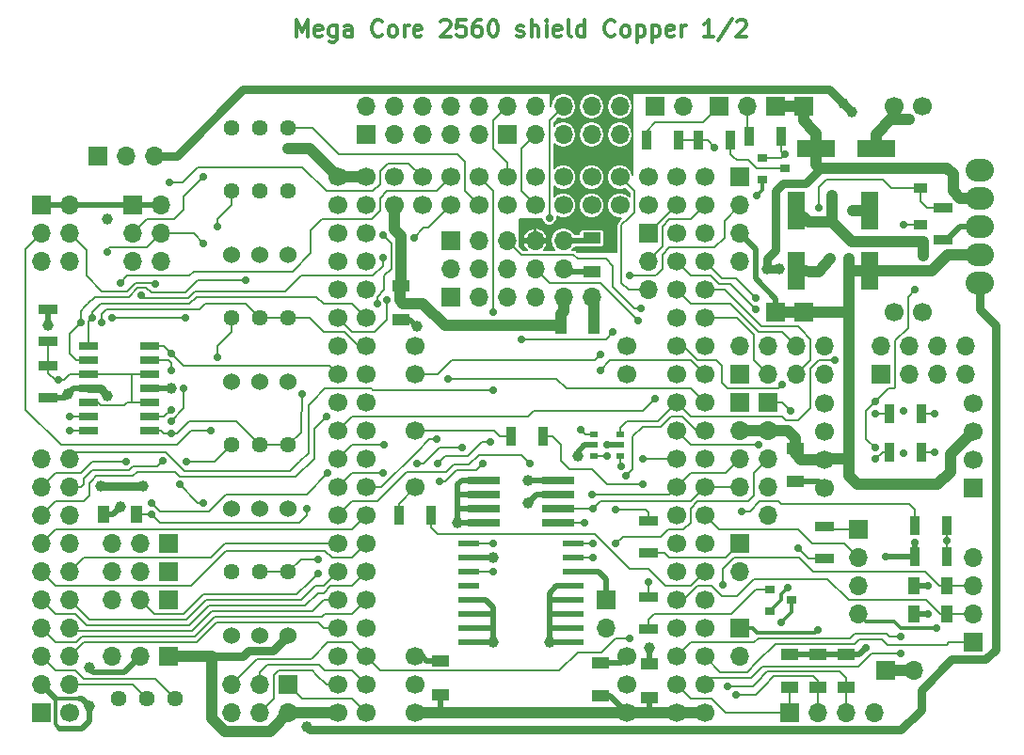
<source format=gbr>
G04 #@! TF.FileFunction,Copper,L1,Top,Signal*
%FSLAX46Y46*%
G04 Gerber Fmt 4.6, Leading zero omitted, Abs format (unit mm)*
G04 Created by KiCad (PCBNEW 4.0.7) date 10/03/18 10:14:00*
%MOMM*%
%LPD*%
G01*
G04 APERTURE LIST*
%ADD10C,0.100000*%
%ADD11C,0.300000*%
%ADD12R,1.700000X0.900000*%
%ADD13C,1.440000*%
%ADD14R,1.700000X1.700000*%
%ADD15O,1.700000X1.700000*%
%ADD16C,1.700000*%
%ADD17O,2.540000X2.032000*%
%ADD18R,0.900000X1.700000*%
%ADD19R,1.200000X0.900000*%
%ADD20R,0.900000X0.800000*%
%ADD21R,1.600000X1.000000*%
%ADD22R,1.000000X1.600000*%
%ADD23R,1.980000X0.530000*%
%ADD24R,3.000000X0.650000*%
%ADD25R,0.800000X0.550000*%
%ADD26C,1.524000*%
%ADD27R,3.500000X1.600000*%
%ADD28R,1.600000X3.500000*%
%ADD29R,1.800000X0.698500*%
%ADD30C,0.700000*%
%ADD31C,1.000000*%
%ADD32C,0.500000*%
%ADD33C,0.310000*%
%ADD34C,1.000000*%
%ADD35C,0.750000*%
%ADD36C,0.210000*%
G04 APERTURE END LIST*
D10*
D11*
X165683236Y-58113051D02*
X165683236Y-56613051D01*
X166183236Y-57684480D01*
X166683236Y-56613051D01*
X166683236Y-58113051D01*
X167968950Y-58041623D02*
X167826093Y-58113051D01*
X167540379Y-58113051D01*
X167397522Y-58041623D01*
X167326093Y-57898766D01*
X167326093Y-57327337D01*
X167397522Y-57184480D01*
X167540379Y-57113051D01*
X167826093Y-57113051D01*
X167968950Y-57184480D01*
X168040379Y-57327337D01*
X168040379Y-57470194D01*
X167326093Y-57613051D01*
X169326093Y-57113051D02*
X169326093Y-58327337D01*
X169254664Y-58470194D01*
X169183236Y-58541623D01*
X169040379Y-58613051D01*
X168826093Y-58613051D01*
X168683236Y-58541623D01*
X169326093Y-58041623D02*
X169183236Y-58113051D01*
X168897522Y-58113051D01*
X168754664Y-58041623D01*
X168683236Y-57970194D01*
X168611807Y-57827337D01*
X168611807Y-57398766D01*
X168683236Y-57255909D01*
X168754664Y-57184480D01*
X168897522Y-57113051D01*
X169183236Y-57113051D01*
X169326093Y-57184480D01*
X170683236Y-58113051D02*
X170683236Y-57327337D01*
X170611807Y-57184480D01*
X170468950Y-57113051D01*
X170183236Y-57113051D01*
X170040379Y-57184480D01*
X170683236Y-58041623D02*
X170540379Y-58113051D01*
X170183236Y-58113051D01*
X170040379Y-58041623D01*
X169968950Y-57898766D01*
X169968950Y-57755909D01*
X170040379Y-57613051D01*
X170183236Y-57541623D01*
X170540379Y-57541623D01*
X170683236Y-57470194D01*
X173397522Y-57970194D02*
X173326093Y-58041623D01*
X173111807Y-58113051D01*
X172968950Y-58113051D01*
X172754665Y-58041623D01*
X172611807Y-57898766D01*
X172540379Y-57755909D01*
X172468950Y-57470194D01*
X172468950Y-57255909D01*
X172540379Y-56970194D01*
X172611807Y-56827337D01*
X172754665Y-56684480D01*
X172968950Y-56613051D01*
X173111807Y-56613051D01*
X173326093Y-56684480D01*
X173397522Y-56755909D01*
X174254665Y-58113051D02*
X174111807Y-58041623D01*
X174040379Y-57970194D01*
X173968950Y-57827337D01*
X173968950Y-57398766D01*
X174040379Y-57255909D01*
X174111807Y-57184480D01*
X174254665Y-57113051D01*
X174468950Y-57113051D01*
X174611807Y-57184480D01*
X174683236Y-57255909D01*
X174754665Y-57398766D01*
X174754665Y-57827337D01*
X174683236Y-57970194D01*
X174611807Y-58041623D01*
X174468950Y-58113051D01*
X174254665Y-58113051D01*
X175397522Y-58113051D02*
X175397522Y-57113051D01*
X175397522Y-57398766D02*
X175468950Y-57255909D01*
X175540379Y-57184480D01*
X175683236Y-57113051D01*
X175826093Y-57113051D01*
X176897521Y-58041623D02*
X176754664Y-58113051D01*
X176468950Y-58113051D01*
X176326093Y-58041623D01*
X176254664Y-57898766D01*
X176254664Y-57327337D01*
X176326093Y-57184480D01*
X176468950Y-57113051D01*
X176754664Y-57113051D01*
X176897521Y-57184480D01*
X176968950Y-57327337D01*
X176968950Y-57470194D01*
X176254664Y-57613051D01*
X178683235Y-56755909D02*
X178754664Y-56684480D01*
X178897521Y-56613051D01*
X179254664Y-56613051D01*
X179397521Y-56684480D01*
X179468950Y-56755909D01*
X179540378Y-56898766D01*
X179540378Y-57041623D01*
X179468950Y-57255909D01*
X178611807Y-58113051D01*
X179540378Y-58113051D01*
X180897521Y-56613051D02*
X180183235Y-56613051D01*
X180111806Y-57327337D01*
X180183235Y-57255909D01*
X180326092Y-57184480D01*
X180683235Y-57184480D01*
X180826092Y-57255909D01*
X180897521Y-57327337D01*
X180968949Y-57470194D01*
X180968949Y-57827337D01*
X180897521Y-57970194D01*
X180826092Y-58041623D01*
X180683235Y-58113051D01*
X180326092Y-58113051D01*
X180183235Y-58041623D01*
X180111806Y-57970194D01*
X182254663Y-56613051D02*
X181968949Y-56613051D01*
X181826092Y-56684480D01*
X181754663Y-56755909D01*
X181611806Y-56970194D01*
X181540377Y-57255909D01*
X181540377Y-57827337D01*
X181611806Y-57970194D01*
X181683234Y-58041623D01*
X181826092Y-58113051D01*
X182111806Y-58113051D01*
X182254663Y-58041623D01*
X182326092Y-57970194D01*
X182397520Y-57827337D01*
X182397520Y-57470194D01*
X182326092Y-57327337D01*
X182254663Y-57255909D01*
X182111806Y-57184480D01*
X181826092Y-57184480D01*
X181683234Y-57255909D01*
X181611806Y-57327337D01*
X181540377Y-57470194D01*
X183326091Y-56613051D02*
X183468948Y-56613051D01*
X183611805Y-56684480D01*
X183683234Y-56755909D01*
X183754663Y-56898766D01*
X183826091Y-57184480D01*
X183826091Y-57541623D01*
X183754663Y-57827337D01*
X183683234Y-57970194D01*
X183611805Y-58041623D01*
X183468948Y-58113051D01*
X183326091Y-58113051D01*
X183183234Y-58041623D01*
X183111805Y-57970194D01*
X183040377Y-57827337D01*
X182968948Y-57541623D01*
X182968948Y-57184480D01*
X183040377Y-56898766D01*
X183111805Y-56755909D01*
X183183234Y-56684480D01*
X183326091Y-56613051D01*
X185540376Y-58041623D02*
X185683233Y-58113051D01*
X185968948Y-58113051D01*
X186111805Y-58041623D01*
X186183233Y-57898766D01*
X186183233Y-57827337D01*
X186111805Y-57684480D01*
X185968948Y-57613051D01*
X185754662Y-57613051D01*
X185611805Y-57541623D01*
X185540376Y-57398766D01*
X185540376Y-57327337D01*
X185611805Y-57184480D01*
X185754662Y-57113051D01*
X185968948Y-57113051D01*
X186111805Y-57184480D01*
X186826091Y-58113051D02*
X186826091Y-56613051D01*
X187468948Y-58113051D02*
X187468948Y-57327337D01*
X187397519Y-57184480D01*
X187254662Y-57113051D01*
X187040377Y-57113051D01*
X186897519Y-57184480D01*
X186826091Y-57255909D01*
X188183234Y-58113051D02*
X188183234Y-57113051D01*
X188183234Y-56613051D02*
X188111805Y-56684480D01*
X188183234Y-56755909D01*
X188254662Y-56684480D01*
X188183234Y-56613051D01*
X188183234Y-56755909D01*
X189468948Y-58041623D02*
X189326091Y-58113051D01*
X189040377Y-58113051D01*
X188897520Y-58041623D01*
X188826091Y-57898766D01*
X188826091Y-57327337D01*
X188897520Y-57184480D01*
X189040377Y-57113051D01*
X189326091Y-57113051D01*
X189468948Y-57184480D01*
X189540377Y-57327337D01*
X189540377Y-57470194D01*
X188826091Y-57613051D01*
X190397520Y-58113051D02*
X190254662Y-58041623D01*
X190183234Y-57898766D01*
X190183234Y-56613051D01*
X191611805Y-58113051D02*
X191611805Y-56613051D01*
X191611805Y-58041623D02*
X191468948Y-58113051D01*
X191183234Y-58113051D01*
X191040376Y-58041623D01*
X190968948Y-57970194D01*
X190897519Y-57827337D01*
X190897519Y-57398766D01*
X190968948Y-57255909D01*
X191040376Y-57184480D01*
X191183234Y-57113051D01*
X191468948Y-57113051D01*
X191611805Y-57184480D01*
X194326091Y-57970194D02*
X194254662Y-58041623D01*
X194040376Y-58113051D01*
X193897519Y-58113051D01*
X193683234Y-58041623D01*
X193540376Y-57898766D01*
X193468948Y-57755909D01*
X193397519Y-57470194D01*
X193397519Y-57255909D01*
X193468948Y-56970194D01*
X193540376Y-56827337D01*
X193683234Y-56684480D01*
X193897519Y-56613051D01*
X194040376Y-56613051D01*
X194254662Y-56684480D01*
X194326091Y-56755909D01*
X195183234Y-58113051D02*
X195040376Y-58041623D01*
X194968948Y-57970194D01*
X194897519Y-57827337D01*
X194897519Y-57398766D01*
X194968948Y-57255909D01*
X195040376Y-57184480D01*
X195183234Y-57113051D01*
X195397519Y-57113051D01*
X195540376Y-57184480D01*
X195611805Y-57255909D01*
X195683234Y-57398766D01*
X195683234Y-57827337D01*
X195611805Y-57970194D01*
X195540376Y-58041623D01*
X195397519Y-58113051D01*
X195183234Y-58113051D01*
X196326091Y-57113051D02*
X196326091Y-58613051D01*
X196326091Y-57184480D02*
X196468948Y-57113051D01*
X196754662Y-57113051D01*
X196897519Y-57184480D01*
X196968948Y-57255909D01*
X197040377Y-57398766D01*
X197040377Y-57827337D01*
X196968948Y-57970194D01*
X196897519Y-58041623D01*
X196754662Y-58113051D01*
X196468948Y-58113051D01*
X196326091Y-58041623D01*
X197683234Y-57113051D02*
X197683234Y-58613051D01*
X197683234Y-57184480D02*
X197826091Y-57113051D01*
X198111805Y-57113051D01*
X198254662Y-57184480D01*
X198326091Y-57255909D01*
X198397520Y-57398766D01*
X198397520Y-57827337D01*
X198326091Y-57970194D01*
X198254662Y-58041623D01*
X198111805Y-58113051D01*
X197826091Y-58113051D01*
X197683234Y-58041623D01*
X199611805Y-58041623D02*
X199468948Y-58113051D01*
X199183234Y-58113051D01*
X199040377Y-58041623D01*
X198968948Y-57898766D01*
X198968948Y-57327337D01*
X199040377Y-57184480D01*
X199183234Y-57113051D01*
X199468948Y-57113051D01*
X199611805Y-57184480D01*
X199683234Y-57327337D01*
X199683234Y-57470194D01*
X198968948Y-57613051D01*
X200326091Y-58113051D02*
X200326091Y-57113051D01*
X200326091Y-57398766D02*
X200397519Y-57255909D01*
X200468948Y-57184480D01*
X200611805Y-57113051D01*
X200754662Y-57113051D01*
X203183233Y-58113051D02*
X202326090Y-58113051D01*
X202754662Y-58113051D02*
X202754662Y-56613051D01*
X202611805Y-56827337D01*
X202468947Y-56970194D01*
X202326090Y-57041623D01*
X204897518Y-56541623D02*
X203611804Y-58470194D01*
X205326090Y-56755909D02*
X205397519Y-56684480D01*
X205540376Y-56613051D01*
X205897519Y-56613051D01*
X206040376Y-56684480D01*
X206111805Y-56755909D01*
X206183233Y-56898766D01*
X206183233Y-57041623D01*
X206111805Y-57255909D01*
X205254662Y-58113051D01*
X206183233Y-58113051D01*
D12*
X223870520Y-73510480D03*
X223870520Y-76410480D03*
D13*
X149702520Y-117759480D03*
X152242520Y-117759480D03*
X154782520Y-117759480D03*
D14*
X208122520Y-91089480D03*
D15*
X208122520Y-93629480D03*
X208122520Y-96169480D03*
X208122520Y-98709480D03*
X208122520Y-101249480D03*
D16*
X187167520Y-73309480D03*
X189707520Y-73309480D03*
X192247520Y-73309480D03*
X194787520Y-73309480D03*
X197327520Y-73309480D03*
X184627520Y-73309480D03*
X182087520Y-73309480D03*
X179547520Y-73309480D03*
X177007520Y-73309480D03*
X174467520Y-73309480D03*
X197327520Y-70769480D03*
X194787520Y-70769480D03*
X192247520Y-70769480D03*
X189707520Y-70769480D03*
X187167520Y-70769480D03*
X184627520Y-70769480D03*
X182087520Y-70769480D03*
X179547520Y-70769480D03*
X177007520Y-70769480D03*
X174467520Y-70769480D03*
X199867520Y-70769480D03*
X199867520Y-73309480D03*
X199867520Y-75849480D03*
X199867520Y-78389480D03*
X199867520Y-80929480D03*
X199867520Y-83469480D03*
X199867520Y-86009480D03*
X199867520Y-88549480D03*
X199867520Y-91089480D03*
X199867520Y-93629480D03*
X199867520Y-96169480D03*
X199867520Y-98709480D03*
X199867520Y-101249480D03*
X199867520Y-103789480D03*
X199867520Y-106329480D03*
X199867520Y-108869480D03*
X199867520Y-111409480D03*
X199867520Y-113949480D03*
X199867520Y-116489480D03*
X199867520Y-119029480D03*
X202407520Y-70769480D03*
X202407520Y-73309480D03*
X202407520Y-75849480D03*
X202407520Y-78389480D03*
X202407520Y-80929480D03*
X202407520Y-83469480D03*
X202407520Y-86009480D03*
X202407520Y-88549480D03*
X202407520Y-91089480D03*
X202407520Y-93629480D03*
X202407520Y-96169480D03*
X202407520Y-98709480D03*
X202407520Y-101249480D03*
X202407520Y-103789480D03*
X202407520Y-106329480D03*
X202407520Y-108869480D03*
X202407520Y-111409480D03*
X202407520Y-113949480D03*
X202407520Y-116489480D03*
X202407520Y-119029480D03*
X171927520Y-70769480D03*
X171927520Y-73309480D03*
X171927520Y-75849480D03*
X171927520Y-78389480D03*
X171927520Y-80929480D03*
X171927520Y-83469480D03*
X171927520Y-86009480D03*
X171927520Y-88549480D03*
X171927520Y-91089480D03*
X171927520Y-93629480D03*
X171927520Y-96169480D03*
X171927520Y-98709480D03*
X171927520Y-101249480D03*
X171927520Y-103789480D03*
X171927520Y-106329480D03*
X171927520Y-108869480D03*
X171927520Y-111409480D03*
X171927520Y-113949480D03*
X171927520Y-116489480D03*
X171927520Y-119029480D03*
X169387520Y-119029480D03*
X169387520Y-116489480D03*
X169387520Y-113949480D03*
X169387520Y-111409480D03*
X169387520Y-108869480D03*
X169387520Y-106329480D03*
X169387520Y-103789480D03*
X169387520Y-101249480D03*
X169387520Y-98709480D03*
X169387520Y-96169480D03*
X169387520Y-93629480D03*
X169387520Y-91089480D03*
X169387520Y-88549480D03*
X169387520Y-86009480D03*
X169387520Y-83469480D03*
X169387520Y-80929480D03*
X169387520Y-78389480D03*
X169387520Y-75849480D03*
X169387520Y-73309480D03*
X169387520Y-70769480D03*
D17*
X227172520Y-70134480D03*
X227172520Y-72674480D03*
X227172520Y-75214480D03*
X227172520Y-77754480D03*
X227172520Y-80294480D03*
D18*
X206418520Y-67086480D03*
X209318520Y-67086480D03*
D19*
X221838520Y-71786480D03*
X221838520Y-75086480D03*
D14*
X208757520Y-64419480D03*
X208767520Y-82961480D03*
X211297520Y-64419480D03*
X211297520Y-82961480D03*
D16*
X219425520Y-64419480D03*
X219425520Y-82961480D03*
X221965520Y-64419480D03*
X221965520Y-82961480D03*
D14*
X197327520Y-75849480D03*
D15*
X197327520Y-78389480D03*
X197327520Y-80929480D03*
D14*
X205582520Y-70769480D03*
D15*
X205582520Y-73309480D03*
X205582520Y-75849480D03*
X205582520Y-78389480D03*
D20*
X208265520Y-107919480D03*
X208265520Y-109819480D03*
X210265520Y-108869480D03*
D18*
X221891520Y-92105480D03*
X218991520Y-92105480D03*
X221891520Y-95534480D03*
X218991520Y-95534480D03*
D14*
X218663520Y-115219480D03*
D15*
X221203520Y-115219480D03*
D21*
X210535520Y-98177480D03*
X210535520Y-95177480D03*
D18*
X197147520Y-67467480D03*
X200047520Y-67467480D03*
D14*
X179547520Y-76484480D03*
D15*
X179547520Y-79024480D03*
X182087520Y-76484480D03*
X182087520Y-79024480D03*
X184627520Y-76484480D03*
X184627520Y-79024480D03*
X187167520Y-76484480D03*
X187167520Y-79024480D03*
X189707520Y-76484480D03*
X189707520Y-79024480D03*
D16*
X195422520Y-86009480D03*
X195422520Y-88549480D03*
X176372520Y-86009480D03*
X176372520Y-88549480D03*
X176372520Y-93629480D03*
X176372520Y-98709480D03*
X176372520Y-113949480D03*
X176372520Y-116489480D03*
X176372520Y-119029480D03*
X195422520Y-119029480D03*
X195422520Y-116489480D03*
X195422520Y-113949480D03*
D22*
X224227520Y-110139480D03*
X221227520Y-110139480D03*
X224227520Y-107599480D03*
X221227520Y-107599480D03*
D18*
X221277520Y-104932480D03*
X224177520Y-104932480D03*
X221277520Y-102138480D03*
X224177520Y-102138480D03*
D14*
X226537520Y-112679480D03*
D15*
X226537520Y-110139480D03*
X226537520Y-107599480D03*
X226537520Y-105059480D03*
D14*
X210027520Y-119029480D03*
D15*
X212567520Y-119029480D03*
X215107520Y-119029480D03*
X217647520Y-119029480D03*
D21*
X215107520Y-116719480D03*
X215107520Y-113719480D03*
X212567520Y-116719480D03*
X212567520Y-113719480D03*
X210027520Y-116719480D03*
X210027520Y-113719480D03*
D14*
X205582520Y-111409480D03*
D15*
X205582520Y-113949480D03*
D12*
X213202520Y-105112480D03*
X213202520Y-102212480D03*
D14*
X216250520Y-102519480D03*
D15*
X216250520Y-105059480D03*
X216250520Y-107599480D03*
X216250520Y-110139480D03*
D14*
X205582520Y-103789480D03*
D15*
X205582520Y-106329480D03*
D14*
X205582520Y-91089480D03*
D15*
X205582520Y-93629480D03*
X205582520Y-96169480D03*
X205582520Y-98709480D03*
D16*
X226537520Y-91152980D03*
X226537520Y-93692980D03*
X226537520Y-96232980D03*
D14*
X226537520Y-98772980D03*
D16*
X213202520Y-91102180D03*
X213202520Y-93642180D03*
X213202520Y-96182180D03*
X213202520Y-98722180D03*
X213202520Y-98722180D03*
X213202520Y-96182180D03*
X213202520Y-93642180D03*
X213202520Y-91102180D03*
D18*
X201846520Y-67467480D03*
X204746520Y-67467480D03*
D14*
X203677520Y-64419480D03*
D15*
X206217520Y-64419480D03*
D14*
X197962520Y-64419480D03*
D15*
X200502520Y-64419480D03*
D14*
X179547520Y-81564480D03*
D15*
X182087520Y-81564480D03*
X184627520Y-81564480D03*
X187167520Y-81564480D03*
X189707520Y-81564480D03*
X192247520Y-81564480D03*
D21*
X197454520Y-114608480D03*
X197454520Y-117608480D03*
X193009520Y-117481480D03*
X193009520Y-114481480D03*
X178658520Y-117354480D03*
X178658520Y-114354480D03*
D23*
X181212520Y-103789480D03*
X181212520Y-105059480D03*
X181212520Y-106329480D03*
X181212520Y-107599480D03*
X181212520Y-108869480D03*
X181212520Y-110139480D03*
X181212520Y-111409480D03*
X181212520Y-112679480D03*
X190582520Y-112679480D03*
X190582520Y-111409480D03*
X190582520Y-110139480D03*
X190582520Y-108869480D03*
X190582520Y-107599480D03*
X190582520Y-106329480D03*
X190582520Y-105059480D03*
X190582520Y-103789480D03*
D14*
X193517520Y-108869480D03*
D15*
X193517520Y-111409480D03*
D12*
X197327520Y-111462480D03*
X197327520Y-108562480D03*
X197327520Y-104604480D03*
X197327520Y-101704480D03*
D18*
X177822520Y-101249480D03*
X174922520Y-101249480D03*
D24*
X189247520Y-98074480D03*
X189247520Y-99344480D03*
X189247520Y-100614480D03*
X189247520Y-101884480D03*
X182547520Y-101884480D03*
X182547520Y-100614480D03*
X182547520Y-99344480D03*
X182547520Y-98074480D03*
D25*
X192444520Y-93949480D03*
X192444520Y-94899480D03*
X192444520Y-95849480D03*
X194844520Y-95849480D03*
X194844520Y-94899480D03*
X194844520Y-93949480D03*
D18*
X187855520Y-94137480D03*
X184955520Y-94137480D03*
D14*
X147797520Y-68864480D03*
D15*
X150337520Y-68864480D03*
X152877520Y-68864480D03*
D14*
X150972520Y-73309480D03*
D15*
X153512520Y-73309480D03*
X150972520Y-75849480D03*
X153512520Y-75849480D03*
X150972520Y-78389480D03*
X153512520Y-78389480D03*
D14*
X142717520Y-73309480D03*
D15*
X145257520Y-73309480D03*
X142717520Y-75849480D03*
X145257520Y-75849480D03*
X142717520Y-78389480D03*
X145257520Y-78389480D03*
D12*
X143352520Y-85554480D03*
X143352520Y-82654480D03*
X143352520Y-90634480D03*
X143352520Y-87734480D03*
D14*
X142717520Y-119029480D03*
D15*
X145257520Y-116489480D03*
X142717520Y-116489480D03*
X145257520Y-113949480D03*
X142717520Y-113949480D03*
X145257520Y-111409480D03*
X142717520Y-111409480D03*
X145257520Y-108869480D03*
X142717520Y-108869480D03*
X145257520Y-106329480D03*
X142717520Y-106329480D03*
X145257520Y-103789480D03*
X142717520Y-103789480D03*
X145257520Y-101249480D03*
X142717520Y-101249480D03*
X145257520Y-98709480D03*
X142717520Y-98709480D03*
X145257520Y-96169480D03*
X142717520Y-96169480D03*
D16*
X145257520Y-119029480D03*
D22*
X151329520Y-101122480D03*
X148329520Y-101122480D03*
D14*
X154147520Y-103789480D03*
D15*
X151607520Y-103789480D03*
X149067520Y-103789480D03*
D14*
X154147520Y-106329480D03*
D15*
X151607520Y-106329480D03*
X149067520Y-106329480D03*
D14*
X154147520Y-108869480D03*
D15*
X151607520Y-108869480D03*
X149067520Y-108869480D03*
D14*
X154147520Y-113949480D03*
D15*
X151607520Y-113949480D03*
X149067520Y-113949480D03*
D14*
X164942520Y-116489480D03*
D15*
X164942520Y-119029480D03*
X162402520Y-116489480D03*
X162402520Y-119029480D03*
X159862520Y-116489480D03*
X159862520Y-119029480D03*
D26*
X162402520Y-112044480D03*
X164942520Y-112044480D03*
X159862520Y-112044480D03*
D13*
X159862520Y-106329480D03*
X162402520Y-106329480D03*
X164942520Y-106329480D03*
D26*
X162402520Y-100614480D03*
X164942520Y-100614480D03*
X159862520Y-100614480D03*
D13*
X159862520Y-94899480D03*
X162402520Y-94899480D03*
X164942520Y-94899480D03*
D26*
X162402520Y-89184480D03*
X164942520Y-89184480D03*
X159862520Y-89184480D03*
D13*
X159862520Y-83469480D03*
X162402520Y-83469480D03*
X164942520Y-83469480D03*
X159862520Y-72039480D03*
X162402520Y-72039480D03*
X164942520Y-72039480D03*
D26*
X162402520Y-77754480D03*
X164942520Y-77754480D03*
X159862520Y-77754480D03*
D13*
X159862520Y-66324480D03*
X162402520Y-66324480D03*
X164942520Y-66324480D03*
D21*
X175102520Y-83572480D03*
X175102520Y-80572480D03*
D22*
X192477520Y-84104480D03*
X189477520Y-84104480D03*
D14*
X205582520Y-88549480D03*
D15*
X205582520Y-86009480D03*
X208122520Y-88549480D03*
X208122520Y-86009480D03*
X210662520Y-88549480D03*
X210662520Y-86009480D03*
X213202520Y-88549480D03*
X213202520Y-86009480D03*
D14*
X171927520Y-66959480D03*
D15*
X171927520Y-64419480D03*
X174467520Y-66959480D03*
X174467520Y-64419480D03*
X177007520Y-66959480D03*
X177007520Y-64419480D03*
X179547520Y-66959480D03*
X179547520Y-64419480D03*
X182087520Y-66959480D03*
X182087520Y-64419480D03*
D14*
X184627520Y-66959480D03*
D15*
X184627520Y-64419480D03*
X187167520Y-66959480D03*
X187167520Y-64419480D03*
X189707520Y-66959480D03*
X189707520Y-64419480D03*
X192247520Y-66959480D03*
X192247520Y-64419480D03*
X194787520Y-66959480D03*
X194787520Y-64419480D03*
D14*
X218282520Y-88549480D03*
D15*
X218282520Y-86009480D03*
X220822520Y-88549480D03*
X220822520Y-86009480D03*
X223362520Y-88549480D03*
X223362520Y-86009480D03*
X225902520Y-88549480D03*
X225902520Y-86009480D03*
D27*
X212407520Y-68229480D03*
X217807520Y-68229480D03*
D21*
X192247520Y-79254480D03*
X192247520Y-76254480D03*
D28*
X217266520Y-79184480D03*
X217266520Y-73784480D03*
X210662520Y-73784480D03*
X210662520Y-79184480D03*
D29*
X146954240Y-86012020D03*
X146954240Y-87282020D03*
X146954240Y-88552020D03*
X146954240Y-89819480D03*
X146954240Y-91086940D03*
X146954240Y-92356940D03*
X146954240Y-93626940D03*
X152450800Y-93626940D03*
X152450800Y-92356940D03*
X152450800Y-91086940D03*
X152450800Y-89819480D03*
X152450800Y-88552020D03*
X152450800Y-87282020D03*
X152450800Y-86012020D03*
D20*
X207630520Y-69057480D03*
X207630520Y-70957480D03*
X209630520Y-70007480D03*
D30*
X209900520Y-107726480D03*
X207106520Y-72420480D03*
D31*
X220822520Y-65562480D03*
X213710520Y-78135480D03*
X154401520Y-89819480D03*
D30*
X216885520Y-113187480D03*
X220314520Y-91851480D03*
X220314520Y-95661480D03*
D31*
X164942520Y-68229480D03*
X176499520Y-84231480D03*
X215742520Y-73817480D03*
X190977520Y-95915480D03*
D30*
X222473520Y-107599480D03*
X222473520Y-110139480D03*
D31*
X188437520Y-112679480D03*
X183357520Y-112679480D03*
X186532520Y-100106480D03*
X180182520Y-101884480D03*
X197454520Y-113187480D03*
X149829520Y-100487480D03*
X148686520Y-74579480D03*
X143352520Y-84104480D03*
D30*
X221330520Y-103662480D03*
D31*
X148686520Y-90454480D03*
X148051520Y-98582480D03*
X151861520Y-98582480D03*
D30*
X218663520Y-104932480D03*
D31*
X215361520Y-88549480D03*
D30*
X215361520Y-95661480D03*
X215361520Y-91851480D03*
D31*
X217139520Y-98455480D03*
X218663520Y-98455480D03*
X215361520Y-79278480D03*
X215361520Y-78135480D03*
X224251520Y-77754480D03*
D30*
X193644520Y-94899480D03*
D31*
X189707520Y-119029480D03*
X191104520Y-119029480D03*
X183357520Y-105059480D03*
X186532520Y-98074480D03*
X145130520Y-90327480D03*
D30*
X153639520Y-96296480D03*
X154401520Y-92740480D03*
X155544520Y-89819480D03*
D31*
X209138520Y-79024480D03*
X207995520Y-79024480D03*
D30*
X194406520Y-100741480D03*
X194914520Y-96804480D03*
X144241520Y-89057480D03*
X146273520Y-83850480D03*
X161132520Y-80040480D03*
X149067520Y-83469480D03*
X155671520Y-83469480D03*
X145257520Y-92359480D03*
X154401520Y-91724480D03*
X154401520Y-88144480D03*
X158592520Y-75214480D03*
X158592520Y-87025480D03*
X155798520Y-96423480D03*
X183357520Y-106329480D03*
X183357520Y-103789480D03*
X157957520Y-93629480D03*
X153004520Y-80421480D03*
X155163520Y-98455480D03*
X157322520Y-100106480D03*
X157322520Y-70769480D03*
X157322520Y-76738480D03*
X148686520Y-77500480D03*
X150337520Y-96423480D03*
X151734520Y-81437480D03*
X173451520Y-78008480D03*
X176245520Y-76230480D03*
X168371520Y-92359480D03*
X173451520Y-75976480D03*
X172943520Y-82199480D03*
X183357520Y-82961480D03*
X183357520Y-89946480D03*
X149829520Y-80294480D03*
X154274520Y-71277480D03*
X179293520Y-88930480D03*
X180563520Y-95153480D03*
X176499520Y-96550480D03*
X182468520Y-96550480D03*
X178531520Y-98201480D03*
X178404520Y-96550480D03*
X183103520Y-94645480D03*
X167609520Y-106456480D03*
X168498520Y-97439480D03*
X152623520Y-100106480D03*
X166593520Y-100614480D03*
X152623520Y-101122480D03*
X205201520Y-117378480D03*
X204439520Y-116616480D03*
X204058520Y-107472480D03*
X147289520Y-83469480D03*
X145260060Y-93626940D03*
X148178520Y-83850480D03*
X154401520Y-93883480D03*
X166212520Y-90327480D03*
X167609520Y-105186480D03*
X154401520Y-86644480D03*
X206979520Y-82707480D03*
X188437520Y-74452480D03*
X186659520Y-96550480D03*
X173832520Y-81818480D03*
X191231520Y-93502480D03*
X214091520Y-87279480D03*
X194152520Y-84739480D03*
X196819520Y-96169480D03*
X185897520Y-85374480D03*
X192247520Y-99344480D03*
X191612520Y-101884480D03*
X192374520Y-105059480D03*
X196438520Y-83723480D03*
X196819520Y-98455480D03*
X220060520Y-112171480D03*
X223108520Y-92105480D03*
X206979520Y-81691480D03*
X193644520Y-95915480D03*
X193009520Y-88168480D03*
X197327520Y-107218480D03*
X195295520Y-97693480D03*
X192374520Y-103789480D03*
X192374520Y-100614480D03*
X196692520Y-82580480D03*
X220060520Y-113695480D03*
X223108520Y-95534480D03*
X178277520Y-94391480D03*
X173451520Y-97439480D03*
X173578520Y-94899480D03*
X197962520Y-90708480D03*
D31*
X147035520Y-114965480D03*
X147035520Y-118394480D03*
X166593520Y-120299480D03*
X215615520Y-64927480D03*
X214853520Y-64165480D03*
X213837520Y-74833480D03*
X222092520Y-76611480D03*
X222092520Y-77881480D03*
X213837520Y-72420480D03*
D30*
X195676520Y-79659480D03*
X193009520Y-86771480D03*
X210789520Y-104170480D03*
X224177520Y-103535480D03*
X221330520Y-80929480D03*
X207233520Y-94899480D03*
X217774520Y-90962480D03*
X217774520Y-95153480D03*
X217774520Y-96169480D03*
X209392520Y-89438480D03*
X205709520Y-100868480D03*
X194406520Y-103789480D03*
X195676520Y-112298480D03*
X210154520Y-91851480D03*
X217774520Y-92105480D03*
X209265520Y-110901480D03*
X212567520Y-111536480D03*
X203296520Y-68102480D03*
X220314520Y-75087480D03*
X209646520Y-68737480D03*
X212694520Y-73563480D03*
X223235520Y-111409480D03*
D32*
X223870520Y-76410480D02*
X224198520Y-76410480D01*
X224198520Y-76410480D02*
X225394520Y-75214480D01*
X225394520Y-75214480D02*
X227172520Y-75214480D01*
X208265520Y-109819480D02*
X208315520Y-109819480D01*
D33*
X208315520Y-109819480D02*
X209265520Y-108869480D01*
X209265520Y-108361480D02*
X209900520Y-107726480D01*
X209265520Y-108869480D02*
X209265520Y-108361480D01*
X207630520Y-70957480D02*
X207630520Y-71896480D01*
X207630520Y-71896480D02*
X207106520Y-72420480D01*
D34*
X220822520Y-65562480D02*
X219171520Y-65562480D01*
X219221438Y-65512562D02*
X220822520Y-65562480D01*
X217807520Y-66926480D02*
X219221438Y-65512562D01*
X217807520Y-68229480D02*
X217807520Y-66926480D01*
X219171520Y-65562480D02*
X219221438Y-65512562D01*
X210662520Y-79184480D02*
X212694850Y-79270695D01*
X212694850Y-79270695D02*
X213710520Y-78135480D01*
D32*
X152450800Y-89819480D02*
X154147520Y-89819480D01*
X154147520Y-89819480D02*
X154401520Y-89819480D01*
X210535520Y-98177480D02*
X212657820Y-98177480D01*
X212657820Y-98177480D02*
X213202520Y-98722180D01*
X215107520Y-113719480D02*
X216353520Y-113719480D01*
X216353520Y-113719480D02*
X216885520Y-113187480D01*
D34*
X169387520Y-70769480D02*
X166847520Y-68229480D01*
X166847520Y-68229480D02*
X164942520Y-68229480D01*
D32*
X171927520Y-70769480D02*
X171927520Y-70515480D01*
D34*
X169387520Y-70769480D02*
X171927520Y-70769480D01*
D32*
X174975520Y-83572480D02*
X175840520Y-83572480D01*
X176499520Y-84231480D02*
X175840520Y-83572480D01*
D34*
X217266520Y-73784480D02*
X215836520Y-73784480D01*
X215742520Y-73817480D02*
X215742520Y-73817480D01*
X215836520Y-73784480D02*
X215742520Y-73817480D01*
D32*
X192444520Y-94899480D02*
X191612520Y-94899480D01*
X190977520Y-95534480D02*
X190977520Y-95915480D01*
X191612520Y-94899480D02*
X190977520Y-95534480D01*
X221227520Y-107599480D02*
X222473520Y-107599480D01*
X221227520Y-110139480D02*
X222346520Y-110139480D01*
X222346520Y-110139480D02*
X222473520Y-110139480D01*
X192247520Y-76254480D02*
X192017520Y-76484480D01*
X192017520Y-76484480D02*
X189707520Y-76484480D01*
X193009520Y-114481480D02*
X194890520Y-114481480D01*
X194890520Y-114481480D02*
X195422520Y-113949480D01*
X176372520Y-113949480D02*
X177007520Y-113949480D01*
X177007520Y-113949480D02*
X177412520Y-114354480D01*
X178658520Y-114354480D02*
X177412520Y-114354480D01*
X215107520Y-113719480D02*
X215131520Y-113695480D01*
X190582520Y-108869480D02*
X188437520Y-108869480D01*
X190582520Y-110139480D02*
X188437520Y-110139480D01*
X190582520Y-111409480D02*
X188437520Y-111409480D01*
X190582520Y-107599480D02*
X189072520Y-107599480D01*
X188437520Y-112679480D02*
X190582520Y-112679480D01*
X188437520Y-108234480D02*
X188437520Y-108869480D01*
X188437520Y-108869480D02*
X188437520Y-110139480D01*
X188437520Y-110139480D02*
X188437520Y-111409480D01*
X188437520Y-111409480D02*
X188437520Y-112679480D01*
X189072520Y-107599480D02*
X188437520Y-108234480D01*
X181212520Y-111409480D02*
X183357520Y-111409480D01*
X181212520Y-110139480D02*
X183357520Y-110139480D01*
X181212520Y-108869480D02*
X182722520Y-108869480D01*
X183357520Y-112679480D02*
X181212520Y-112679480D01*
X183357520Y-109504480D02*
X183357520Y-110139480D01*
X183357520Y-110139480D02*
X183357520Y-111409480D01*
X183357520Y-111409480D02*
X183357520Y-112679480D01*
X182722520Y-108869480D02*
X183357520Y-109504480D01*
X187294520Y-99344480D02*
X189247520Y-99344480D01*
X186532520Y-100106480D02*
X187294520Y-99344480D01*
X182547520Y-100614480D02*
X180182520Y-100614480D01*
X180182520Y-100614480D02*
X180309520Y-100614480D01*
X180309520Y-100614480D02*
X180182520Y-100614480D01*
X182547520Y-99344480D02*
X180182520Y-99344480D01*
X180182520Y-99344480D02*
X180182520Y-99471480D01*
X182547520Y-98074480D02*
X180563520Y-98074480D01*
X180182520Y-101884480D02*
X182222520Y-101884480D01*
X180182520Y-98455480D02*
X180182520Y-99471480D01*
X180182520Y-99471480D02*
X180182520Y-100614480D01*
X180182520Y-100614480D02*
X180182520Y-101884480D01*
X180563520Y-98074480D02*
X180182520Y-98455480D01*
X197454520Y-114608480D02*
X197454520Y-113187480D01*
X148329520Y-101122480D02*
X149194520Y-101122480D01*
X149194520Y-101122480D02*
X149829520Y-100487480D01*
X143352520Y-82654480D02*
X143352520Y-84104480D01*
X212567520Y-113719480D02*
X215107520Y-113719480D01*
X210027520Y-113719480D02*
X212567520Y-113719480D01*
D34*
X192477520Y-84104480D02*
X192477520Y-81794480D01*
X192477520Y-81794480D02*
X192247520Y-81564480D01*
X210535520Y-95177480D02*
X210535520Y-94264480D01*
X209900520Y-93629480D02*
X208122520Y-93629480D01*
X210535520Y-94264480D02*
X209900520Y-93629480D01*
X208122520Y-93629480D02*
X205582520Y-93629480D01*
D32*
X221277520Y-104932480D02*
X221277520Y-103715480D01*
X221277520Y-103715480D02*
X221330520Y-103662480D01*
X208767520Y-81818480D02*
X208767520Y-81701480D01*
X206979520Y-79913480D02*
X206979520Y-77246480D01*
X208767520Y-81701480D02*
X206979520Y-79913480D01*
D34*
X163545520Y-120426480D02*
X163291520Y-120680480D01*
X159227520Y-120680480D02*
X158084520Y-119537480D01*
X163291520Y-120680480D02*
X159227520Y-120680480D01*
D35*
X148051520Y-89819480D02*
X148686520Y-90454480D01*
X146954240Y-89819480D02*
X148051520Y-89819480D01*
X148051520Y-98582480D02*
X151861520Y-98582480D01*
D34*
X213202520Y-96182180D02*
X211056220Y-96182180D01*
X211056220Y-96182180D02*
X210535520Y-95661480D01*
D32*
X210535520Y-95661480D02*
X210535520Y-95177480D01*
X221277520Y-104932480D02*
X218663520Y-104932480D01*
X221277520Y-104932480D02*
X221076520Y-104932480D01*
D34*
X218663520Y-98455480D02*
X223362520Y-98455480D01*
X224505520Y-95724980D02*
X226537520Y-93692980D01*
X224505520Y-97312480D02*
X224505520Y-95724980D01*
X223362520Y-98455480D02*
X224505520Y-97312480D01*
X215361520Y-96169480D02*
X215361520Y-97693480D01*
X216123520Y-98455480D02*
X217139520Y-98455480D01*
X215361520Y-97693480D02*
X216123520Y-98455480D01*
X215361520Y-88676480D02*
X215361520Y-88549480D01*
X215361520Y-91597480D02*
X215361520Y-91851480D01*
X215361520Y-91851480D02*
X215361520Y-95661480D01*
X215361520Y-95661480D02*
X215361520Y-96169480D01*
X215361520Y-96169480D02*
X215234520Y-96169480D01*
X217139520Y-98455480D02*
X218663520Y-98455480D01*
X215361520Y-88676480D02*
X215361520Y-91597480D01*
X215361520Y-86009480D02*
X215361520Y-88549480D01*
X215361520Y-84739480D02*
X215361520Y-86009480D01*
X215361520Y-84739480D02*
X215361520Y-84612480D01*
X215361520Y-84612480D02*
X215361520Y-82961480D01*
X215361520Y-82961480D02*
X215361520Y-80548480D01*
X214980520Y-82961480D02*
X215361520Y-82961480D01*
X215361520Y-80548480D02*
X215361520Y-79278480D01*
X215361520Y-79278480D02*
X215361520Y-78135480D01*
X215455520Y-79184480D02*
X215361520Y-79278480D01*
X218663520Y-115219480D02*
X221203520Y-115219480D01*
X220695520Y-79184480D02*
X222821520Y-79184480D01*
X222821520Y-79184480D02*
X224251520Y-77754480D01*
X217266520Y-79184480D02*
X220695520Y-79184480D01*
X224251520Y-77754480D02*
X227172520Y-77754480D01*
D32*
X193644520Y-94899480D02*
X194844520Y-94899480D01*
D34*
X158084520Y-114838480D02*
X158084520Y-113949480D01*
X158084520Y-119537480D02*
X158084520Y-115219480D01*
X164942520Y-119029480D02*
X163545520Y-120426480D01*
X158084520Y-115219480D02*
X158084520Y-114838480D01*
X156179520Y-113949480D02*
X157195520Y-113949480D01*
X157195520Y-113949480D02*
X158084520Y-113949480D01*
X156179520Y-113949480D02*
X154147520Y-113949480D01*
D35*
X158084520Y-113949480D02*
X160878520Y-113949480D01*
X163545520Y-113441480D02*
X161386520Y-113441480D01*
X163545520Y-113441480D02*
X164942520Y-112044480D01*
X160878520Y-113949480D02*
X161386520Y-113441480D01*
D34*
X213202520Y-96182180D02*
X213278720Y-96118680D01*
X213202520Y-96182180D02*
X213659720Y-96118680D01*
X215234520Y-96169480D02*
X213215220Y-96169480D01*
X213215220Y-96169480D02*
X213202520Y-96182180D01*
X177071020Y-82135980D02*
X175293020Y-82135980D01*
X175293020Y-82135980D02*
X174975520Y-81818480D01*
X177071020Y-82135980D02*
X179039520Y-84104480D01*
D32*
X193009520Y-117481480D02*
X193874520Y-117481480D01*
X193874520Y-117481480D02*
X195422520Y-119029480D01*
X178658520Y-117354480D02*
X178658520Y-119029480D01*
D34*
X189707520Y-119029480D02*
X182087520Y-119029480D01*
X182087520Y-119029480D02*
X178658520Y-119029480D01*
X178658520Y-119029480D02*
X176372520Y-119029480D01*
X179039520Y-84104480D02*
X182468520Y-84104480D01*
X175102520Y-76103480D02*
X175102520Y-80445480D01*
X175102520Y-80445480D02*
X174975520Y-80572480D01*
X175102520Y-76103480D02*
X174467520Y-75468480D01*
X174467520Y-75468480D02*
X174467520Y-73309480D01*
X217266520Y-79184480D02*
X215455520Y-79184480D01*
D32*
X208767520Y-82961480D02*
X208767520Y-81818480D01*
X206979520Y-77246480D02*
X205582520Y-75849480D01*
X192247520Y-79254480D02*
X189937520Y-79254480D01*
X189937520Y-79254480D02*
X189707520Y-79024480D01*
D34*
X189477520Y-84104480D02*
X182468520Y-84104480D01*
X174975520Y-81818480D02*
X174975520Y-80572480D01*
D32*
X183357520Y-105059480D02*
X181212520Y-105059480D01*
X189247520Y-98074480D02*
X186532520Y-98074480D01*
X197454520Y-117608480D02*
X197454520Y-119029480D01*
X176348520Y-119005480D02*
X176372520Y-119029480D01*
D34*
X169387520Y-119029480D02*
X164942520Y-119029480D01*
X211297520Y-82961480D02*
X214980520Y-82961480D01*
X208767520Y-82961480D02*
X211297520Y-82961480D01*
D32*
X143352520Y-90634480D02*
X144823520Y-90634480D01*
X144823520Y-90634480D02*
X145130520Y-90327480D01*
X145638520Y-89819480D02*
X146954240Y-89819480D01*
X145130520Y-90327480D02*
X145638520Y-89819480D01*
D34*
X190342520Y-119029480D02*
X189707520Y-119029480D01*
X195422520Y-119029480D02*
X191104520Y-119029480D01*
X191104520Y-119029480D02*
X190342520Y-119029480D01*
X195422520Y-119029480D02*
X197454520Y-119029480D01*
X189477520Y-84104480D02*
X189477520Y-83064480D01*
X189707520Y-82834480D02*
X189707520Y-81564480D01*
X189477520Y-83064480D02*
X189707520Y-82834480D01*
X199867520Y-119029480D02*
X202407520Y-119029480D01*
X197454520Y-119029480D02*
X199867520Y-119029480D01*
D36*
X146527520Y-115981480D02*
X145765520Y-115219480D01*
X153004520Y-115981480D02*
X154782520Y-117759480D01*
X146527520Y-115981480D02*
X153004520Y-115981480D01*
X145765520Y-115219480D02*
X145511520Y-115219480D01*
X143987520Y-115219480D02*
X142717520Y-113949480D01*
X145511520Y-115219480D02*
X143987520Y-115219480D01*
X153131520Y-96804480D02*
X152115520Y-96804480D01*
X153639520Y-96296480D02*
X153131520Y-96804480D01*
X152115520Y-96804480D02*
X150972520Y-96804480D01*
X146527520Y-98455480D02*
X146527520Y-97947480D01*
X150591520Y-97185480D02*
X147416520Y-97185480D01*
X147416520Y-97185480D02*
X147289520Y-97185480D01*
X147289520Y-97185480D02*
X146781520Y-97693480D01*
X146781520Y-97693480D02*
X146527520Y-97947480D01*
X150972520Y-96804480D02*
X150591520Y-97185480D01*
X154401520Y-92740480D02*
X155544520Y-91597480D01*
X155544520Y-89819480D02*
X155544520Y-91597480D01*
X146527520Y-98455480D02*
X146527520Y-98328480D01*
X146527520Y-98328480D02*
X146527520Y-98455480D01*
X146527520Y-98455480D02*
X146273520Y-98709480D01*
X145257520Y-98709480D02*
X146273520Y-98709480D01*
D35*
X207995520Y-79024480D02*
X207995520Y-78135480D01*
X209138520Y-79024480D02*
X207995520Y-79024480D01*
D34*
X225394520Y-72674480D02*
X227172520Y-72674480D01*
X212407520Y-69593480D02*
X212407520Y-68229480D01*
X212407520Y-68229480D02*
X212407520Y-66799480D01*
X212407520Y-66799480D02*
X212187520Y-66579480D01*
X211297520Y-65435480D02*
X211297520Y-65689480D01*
X211297520Y-65435480D02*
X211297520Y-64419480D01*
X211297520Y-65689480D02*
X212187520Y-66579480D01*
X208757520Y-64419480D02*
X211297520Y-64419480D01*
D35*
X208757520Y-72039480D02*
X208757520Y-77373480D01*
X209138520Y-71658480D02*
X208757520Y-72039480D01*
X210662520Y-71340980D02*
X211488020Y-71340980D01*
X211488020Y-71340980D02*
X212885020Y-69943980D01*
X209456020Y-71340980D02*
X210662520Y-71340980D01*
X209138520Y-71658480D02*
X209456020Y-71340980D01*
X208757520Y-77373480D02*
X207995520Y-78135480D01*
D34*
X212758020Y-69943980D02*
X212885020Y-69943980D01*
X224759520Y-72039480D02*
X225394520Y-72674480D01*
X212758020Y-69943980D02*
X212440520Y-69626480D01*
X212440520Y-69626480D02*
X212407520Y-69593480D01*
X222664020Y-69943980D02*
X224188020Y-69943980D01*
X224759520Y-70515480D02*
X224759520Y-72039480D01*
X224188020Y-69943980D02*
X224759520Y-70515480D01*
X212885020Y-69943980D02*
X222664020Y-69943980D01*
D36*
X194914520Y-96804480D02*
X194844520Y-96734480D01*
X194844520Y-96734480D02*
X194844520Y-95849480D01*
X197073520Y-100741480D02*
X194406520Y-100741480D01*
X197073520Y-100741480D02*
X197327520Y-100995480D01*
X197327520Y-101704480D02*
X197327520Y-100995480D01*
X197253520Y-101630480D02*
X197327520Y-101704480D01*
X184955520Y-94137480D02*
X183992520Y-94137480D01*
X183992520Y-94137480D02*
X183484520Y-93629480D01*
X183484520Y-93629480D02*
X176372520Y-93629480D01*
X176552520Y-93809480D02*
X176372520Y-93629480D01*
X174922520Y-101249480D02*
X174922520Y-100159480D01*
X174922520Y-100159480D02*
X176372520Y-98709480D01*
X143352520Y-88422480D02*
X143987520Y-89057480D01*
X143987520Y-89057480D02*
X144241520Y-89057480D01*
X144241520Y-89057480D02*
X144749520Y-89057480D01*
X147797520Y-91086940D02*
X148054060Y-91343480D01*
X150210520Y-91343480D02*
X150467060Y-91086940D01*
X148054060Y-91343480D02*
X150210520Y-91343480D01*
X150845520Y-88552020D02*
X150845520Y-91086940D01*
X150845520Y-91086940D02*
X150845520Y-91089480D01*
X150845520Y-91089480D02*
X150845520Y-91086940D01*
X143352520Y-87734480D02*
X143352520Y-88422480D01*
X144749520Y-89057480D02*
X145257520Y-88549480D01*
X145892520Y-88549480D02*
X145257520Y-88549480D01*
X145895060Y-88552020D02*
X145892520Y-88549480D01*
X145895060Y-88552020D02*
X146954240Y-88552020D01*
X146954240Y-88552020D02*
X149067520Y-88552020D01*
X149067520Y-88552020D02*
X150845520Y-88552020D01*
X150845520Y-88552020D02*
X152450800Y-88552020D01*
X152450800Y-91086940D02*
X150845520Y-91086940D01*
X150845520Y-91086940D02*
X150467060Y-91086940D01*
X147797520Y-91086940D02*
X146954240Y-91086940D01*
X143352520Y-87734480D02*
X143352520Y-85554480D01*
X150210520Y-81564480D02*
X150591520Y-81564480D01*
X150591520Y-81564480D02*
X151417020Y-80738980D01*
X146273520Y-83850480D02*
X146273520Y-82834480D01*
X147543520Y-81564480D02*
X146908520Y-82199480D01*
X146908520Y-82199480D02*
X146654520Y-82453480D01*
X150210520Y-81564480D02*
X147543520Y-81564480D01*
X146273520Y-82834480D02*
X146654520Y-82453480D01*
X145257520Y-85501480D02*
X145257520Y-84866480D01*
X145257520Y-86644480D02*
X145892520Y-87279480D01*
X146951700Y-87279480D02*
X145892520Y-87279480D01*
X145257520Y-86009480D02*
X145257520Y-86644480D01*
X145257520Y-86009480D02*
X145257520Y-85501480D01*
X145257520Y-84866480D02*
X146273520Y-83850480D01*
X151417020Y-80738980D02*
X152179020Y-80738980D01*
X155671520Y-81183480D02*
X156814520Y-80040480D01*
X152623520Y-81183480D02*
X155671520Y-81183480D01*
X152179020Y-80738980D02*
X152623520Y-81183480D01*
X156814520Y-80040480D02*
X161132520Y-80040480D01*
X146951700Y-87279480D02*
X146954240Y-87282020D01*
X155671520Y-83469480D02*
X149067520Y-83469480D01*
X145260060Y-92356940D02*
X146954240Y-92356940D01*
X145257520Y-92359480D02*
X145260060Y-92356940D01*
X154398980Y-91724480D02*
X153766520Y-92356940D01*
X154401520Y-91724480D02*
X154398980Y-91724480D01*
X152450800Y-92356940D02*
X153766520Y-92356940D01*
X154401520Y-88144480D02*
X154401520Y-87533480D01*
X154147520Y-87279480D02*
X152453340Y-87279480D01*
X154401520Y-87533480D02*
X154147520Y-87279480D01*
X152453340Y-87279480D02*
X152450800Y-87282020D01*
X197327520Y-104604480D02*
X198777520Y-104604480D01*
X198777520Y-104604480D02*
X199232520Y-105059480D01*
X204312520Y-105059480D02*
X205582520Y-103789480D01*
X199232520Y-105059480D02*
X204312520Y-105059480D01*
X158592520Y-75214480D02*
X158592520Y-74579480D01*
X158592520Y-74579480D02*
X159862520Y-73309480D01*
X159862520Y-73309480D02*
X159862520Y-72039480D01*
X158592520Y-86009480D02*
X158592520Y-87025480D01*
X159862520Y-83469480D02*
X159862520Y-84739480D01*
X158592520Y-86009480D02*
X159862520Y-84739480D01*
X158338520Y-96423480D02*
X155798520Y-96423480D01*
X158338520Y-96423480D02*
X159862520Y-94899480D01*
X181212520Y-106329480D02*
X183357520Y-106329480D01*
X183357520Y-103789480D02*
X181212520Y-103789480D01*
D32*
X193517520Y-108869480D02*
X193517520Y-106964480D01*
X193517520Y-106964480D02*
X192882520Y-106329480D01*
X192882520Y-106329480D02*
X190582520Y-106329480D01*
D36*
X150845520Y-94899480D02*
X154909520Y-94899480D01*
X156179520Y-93629480D02*
X157957520Y-93629480D01*
X154909520Y-94899480D02*
X156179520Y-93629480D01*
X145638520Y-94899480D02*
X144495520Y-94899480D01*
X144495520Y-94899480D02*
X141320520Y-91724480D01*
X141320520Y-77246480D02*
X142717520Y-75849480D01*
X141320520Y-91724480D02*
X141320520Y-77246480D01*
X150845520Y-94899480D02*
X145638520Y-94899480D01*
X157322520Y-100106480D02*
X156814520Y-100106480D01*
X156814520Y-100106480D02*
X155163520Y-98455480D01*
X150464520Y-81056480D02*
X151226520Y-80294480D01*
X150083520Y-81056480D02*
X148178520Y-81056480D01*
X148178520Y-81056480D02*
X146781520Y-79659480D01*
X146781520Y-77373480D02*
X145257520Y-75849480D01*
X152877520Y-80294480D02*
X153004520Y-80421480D01*
X151226520Y-80294480D02*
X152877520Y-80294480D01*
X146781520Y-79659480D02*
X146781520Y-77373480D01*
X150083520Y-81056480D02*
X150464520Y-81056480D01*
X150972520Y-75849480D02*
X152242520Y-74579480D01*
X155544520Y-72547480D02*
X157322520Y-70769480D01*
X155544520Y-73690480D02*
X155544520Y-72547480D01*
X154655520Y-74579480D02*
X155544520Y-73690480D01*
X154528520Y-74579480D02*
X154655520Y-74579480D01*
X152242520Y-74579480D02*
X154528520Y-74579480D01*
X155036520Y-75849480D02*
X156433520Y-75849480D01*
X156433520Y-75849480D02*
X157322520Y-76738480D01*
X153512520Y-75849480D02*
X155036520Y-75849480D01*
X152242520Y-77119480D02*
X153512520Y-75849480D01*
X148813520Y-77119480D02*
X152242520Y-77119480D01*
X148686520Y-77500480D02*
X148813520Y-77119480D01*
X167101520Y-66324480D02*
X169514520Y-68737480D01*
X182087520Y-73309480D02*
X180817520Y-72039480D01*
X180182520Y-68737480D02*
X169514520Y-68737480D01*
X180817520Y-69372480D02*
X180182520Y-68737480D01*
X180817520Y-70007480D02*
X180817520Y-69372480D01*
X180817520Y-72039480D02*
X180817520Y-70007480D01*
X167101520Y-66324480D02*
X164942520Y-66324480D01*
X179547520Y-73309480D02*
X177515520Y-75341480D01*
X177515520Y-75341480D02*
X177134520Y-75341480D01*
X177134520Y-75341480D02*
X176245520Y-76230480D01*
X145511520Y-97439480D02*
X143987520Y-97439480D01*
X142717520Y-98709480D02*
X143987520Y-97439480D01*
X150337520Y-96423480D02*
X148813520Y-96423480D01*
X148813520Y-96423480D02*
X147543520Y-96423480D01*
X147289520Y-96423480D02*
X147543520Y-96423480D01*
X146273520Y-97439480D02*
X147289520Y-96423480D01*
X145511520Y-97439480D02*
X146273520Y-97439480D01*
X151988520Y-81691480D02*
X151734520Y-81437480D01*
X156179520Y-81437480D02*
X155925520Y-81691480D01*
X156179520Y-81437480D02*
X156560520Y-81056480D01*
X156560520Y-81056480D02*
X162656520Y-81056480D01*
X155925520Y-81691480D02*
X151988520Y-81691480D01*
X164688520Y-81056480D02*
X166085520Y-79659480D01*
X162656520Y-81056480D02*
X164688520Y-81056480D01*
X173451520Y-78770480D02*
X172562520Y-79659480D01*
X172562520Y-79659480D02*
X166085520Y-79659480D01*
X173451520Y-78008480D02*
X173451520Y-78770480D01*
X172943520Y-81691480D02*
X172943520Y-81564480D01*
X172943520Y-81564480D02*
X173578520Y-80929480D01*
X153512520Y-97312480D02*
X154782520Y-97312480D01*
X154782520Y-97312480D02*
X155227020Y-97756980D01*
X152623520Y-97312480D02*
X153512520Y-97312480D01*
X165641020Y-97756980D02*
X155227020Y-97756980D01*
X167292020Y-96105980D02*
X167292020Y-93438980D01*
X167292020Y-93438980D02*
X168371520Y-92359480D01*
X167292020Y-96105980D02*
X165641020Y-97756980D01*
X174213520Y-79024480D02*
X174213520Y-76738480D01*
X173578520Y-80167480D02*
X173578520Y-80929480D01*
X173578520Y-80167480D02*
X173578520Y-80040480D01*
X173578520Y-79659480D02*
X174213520Y-79024480D01*
X173578520Y-80040480D02*
X173578520Y-79659480D01*
X174213520Y-76738480D02*
X173451520Y-75976480D01*
X172943520Y-82199480D02*
X172943520Y-81691480D01*
X147035520Y-98328480D02*
X147035520Y-99471480D01*
X148051520Y-97693480D02*
X147670520Y-97693480D01*
X147670520Y-97693480D02*
X147289520Y-98074480D01*
X148051520Y-97693480D02*
X150337520Y-97693480D01*
X147289520Y-98074480D02*
X147035520Y-98328480D01*
X150972520Y-97693480D02*
X151353520Y-97312480D01*
X151353520Y-97312480D02*
X152623520Y-97312480D01*
X150337520Y-97693480D02*
X150972520Y-97693480D01*
X147035520Y-99471480D02*
X147035520Y-99344480D01*
X147035520Y-99344480D02*
X147035520Y-99471480D01*
X147035520Y-99471480D02*
X146527520Y-99979480D01*
X143987520Y-99979480D02*
X142717520Y-101249480D01*
X146527520Y-99979480D02*
X143987520Y-99979480D01*
X177388520Y-89946480D02*
X172562520Y-89946480D01*
X155608020Y-97248980D02*
X165133020Y-97248980D01*
X165133020Y-97248980D02*
X165958520Y-96423480D01*
X155608020Y-97248980D02*
X153893520Y-95534480D01*
X150718520Y-95534480D02*
X153893520Y-95534480D01*
X150718520Y-95534480D02*
X145892520Y-95534480D01*
X145892520Y-95534480D02*
X145257520Y-96169480D01*
X169133520Y-89819480D02*
X172435520Y-89819480D01*
X172435520Y-89819480D02*
X172562520Y-89946480D01*
X168752520Y-89819480D02*
X169133520Y-89819480D01*
X168244520Y-89819480D02*
X168752520Y-89819480D01*
X167101520Y-90962480D02*
X168244520Y-89819480D01*
X166784020Y-91279980D02*
X167101520Y-90962480D01*
X166784020Y-91787980D02*
X166784020Y-91279980D01*
X165958520Y-96423480D02*
X166784020Y-95597980D01*
X166784020Y-95597980D02*
X166784020Y-93946980D01*
X166784020Y-93946980D02*
X166784020Y-91787980D01*
X183357520Y-75595480D02*
X183357520Y-72039480D01*
X183357520Y-75595480D02*
X183357520Y-82961480D01*
X177388520Y-89946480D02*
X180817520Y-89946480D01*
X182849520Y-89946480D02*
X180817520Y-89946480D01*
X183357520Y-89946480D02*
X182849520Y-89946480D01*
X183357520Y-72039480D02*
X182087520Y-70769480D01*
X151861520Y-79659480D02*
X150464520Y-79659480D01*
X150464520Y-79659480D02*
X149829520Y-80294480D01*
X172435520Y-74579480D02*
X168371520Y-74579480D01*
X173197520Y-73817480D02*
X172435520Y-74579480D01*
X173197520Y-72674480D02*
X173197520Y-73817480D01*
X173832520Y-72039480D02*
X173197520Y-72674480D01*
X178277520Y-72039480D02*
X173832520Y-72039480D01*
X168371520Y-74579480D02*
X167990520Y-74579480D01*
X179547520Y-70769480D02*
X178277520Y-72039480D01*
X151861520Y-79659480D02*
X156052520Y-79659480D01*
X156052520Y-79659480D02*
X156433520Y-79278480D01*
X156433520Y-79278480D02*
X165323520Y-79278480D01*
X165323520Y-79278480D02*
X166974520Y-77627480D01*
X166974520Y-77627480D02*
X166974520Y-75595480D01*
X166974520Y-75595480D02*
X167990520Y-74579480D01*
X156179520Y-70515480D02*
X155417520Y-71277480D01*
X155417520Y-71277480D02*
X154274520Y-71277480D01*
X156179520Y-70515480D02*
X156814520Y-69880480D01*
X173197520Y-70261480D02*
X173197520Y-71404480D01*
X166212520Y-69880480D02*
X156814520Y-69880480D01*
X168371520Y-72039480D02*
X166212520Y-69880480D01*
X172562520Y-72039480D02*
X168371520Y-72039480D01*
X175801020Y-69562980D02*
X173896020Y-69562980D01*
X173896020Y-69562980D02*
X173832520Y-69626480D01*
X177007520Y-70769480D02*
X175801020Y-69562980D01*
X173832520Y-69626480D02*
X173197520Y-70261480D01*
X173197520Y-71404480D02*
X172562520Y-72039480D01*
X191993520Y-89819480D02*
X189961520Y-89819480D01*
X199232520Y-89819480D02*
X191993520Y-89819480D01*
X202407520Y-91089480D02*
X201137520Y-89819480D01*
X183738520Y-88930480D02*
X189072520Y-88930480D01*
X189072520Y-88930480D02*
X189961520Y-89819480D01*
X180944520Y-88930480D02*
X183738520Y-88930480D01*
X180944520Y-88930480D02*
X179293520Y-88930480D01*
X201137520Y-89819480D02*
X199232520Y-89819480D01*
X154909520Y-102519480D02*
X156306520Y-102519480D01*
X143987520Y-102519480D02*
X142717520Y-103789480D01*
X151480520Y-102519480D02*
X143987520Y-102519480D01*
X151480520Y-102519480D02*
X154909520Y-102519480D01*
X167355520Y-102519480D02*
X164688520Y-102519480D01*
X168752520Y-102519480D02*
X167355520Y-102519480D01*
X164688520Y-102519480D02*
X156306520Y-102519480D01*
X170657520Y-102519480D02*
X168752520Y-102519480D01*
X171927520Y-101249480D02*
X170657520Y-102519480D01*
X167228520Y-104424480D02*
X168244520Y-104424480D01*
X168244520Y-104424480D02*
X168879520Y-105059480D01*
X167228520Y-104424480D02*
X159354520Y-104424480D01*
X170657520Y-105059480D02*
X168879520Y-105059480D01*
X171927520Y-103789480D02*
X170657520Y-105059480D01*
X156433520Y-107345480D02*
X159354520Y-104424480D01*
X154655520Y-107599480D02*
X156179520Y-107599480D01*
X156179520Y-107599480D02*
X156433520Y-107345480D01*
X154655520Y-107599480D02*
X143987520Y-107599480D01*
X143987520Y-107599480D02*
X142717520Y-106329480D01*
X158973520Y-109377480D02*
X157830520Y-109377480D01*
X146781520Y-111155480D02*
X146527520Y-110901480D01*
X156052520Y-111155480D02*
X146781520Y-111155480D01*
X157830520Y-109377480D02*
X156052520Y-111155480D01*
X145130520Y-110139480D02*
X145765520Y-110139480D01*
X145130520Y-110139480D02*
X143987520Y-110139480D01*
X143987520Y-110139480D02*
X142717520Y-108869480D01*
X145765520Y-110139480D02*
X146527520Y-110901480D01*
X167609520Y-108234480D02*
X166466520Y-109377480D01*
X166466520Y-109377480D02*
X158973520Y-109377480D01*
X168117520Y-108234480D02*
X168752520Y-107599480D01*
X171927520Y-106329480D02*
X170657520Y-107599480D01*
X170657520Y-107599480D02*
X168752520Y-107599480D01*
X167609520Y-108234480D02*
X168117520Y-108234480D01*
X168244520Y-110139480D02*
X167990520Y-110393480D01*
X167990520Y-110393480D02*
X159227520Y-110393480D01*
X171927520Y-108869480D02*
X170657520Y-110139480D01*
X170657520Y-110139480D02*
X168244520Y-110139480D01*
X159227520Y-110393480D02*
X158338520Y-110393480D01*
X146400520Y-112171480D02*
X145892520Y-112679480D01*
X156560520Y-112171480D02*
X146400520Y-112171480D01*
X158338520Y-110393480D02*
X156560520Y-112171480D01*
X145511520Y-112679480D02*
X145892520Y-112679480D01*
X143987520Y-112679480D02*
X142717520Y-111409480D01*
X145511520Y-112679480D02*
X143987520Y-112679480D01*
X176499520Y-96550480D02*
X177134520Y-96550480D01*
X177134520Y-96550480D02*
X178531520Y-95153480D01*
X163037520Y-114711480D02*
X167736520Y-114711480D01*
X167736520Y-114711480D02*
X167990520Y-114965480D01*
X179801520Y-95153480D02*
X180436520Y-95153480D01*
X180436520Y-95153480D02*
X180563520Y-95153480D01*
X178658520Y-95153480D02*
X179674520Y-95153480D01*
X178658520Y-95153480D02*
X178531520Y-95153480D01*
X179674520Y-95153480D02*
X179801520Y-95153480D01*
X163037520Y-114711480D02*
X162402520Y-115346480D01*
X162402520Y-115346480D02*
X162402520Y-116489480D01*
X168244520Y-115219480D02*
X167990520Y-114965480D01*
X168625520Y-115219480D02*
X168244520Y-115219480D01*
X170657520Y-115219480D02*
X168625520Y-115219480D01*
X170657520Y-115219480D02*
X171927520Y-116489480D01*
X181897020Y-97121980D02*
X182468520Y-96550480D01*
X178531520Y-98201480D02*
X179039520Y-98201480D01*
X180627020Y-97121980D02*
X180119020Y-97121980D01*
X180119020Y-97121980D02*
X179039520Y-98201480D01*
X181833520Y-97121980D02*
X180627020Y-97121980D01*
X181833520Y-97121980D02*
X181897020Y-97121980D01*
X167482520Y-117759480D02*
X166212520Y-117759480D01*
X166212520Y-117759480D02*
X164942520Y-116489480D01*
X167482520Y-117759480D02*
X170657520Y-117759480D01*
X170657520Y-117759480D02*
X171927520Y-119029480D01*
X178404520Y-96550480D02*
X179039520Y-95915480D01*
X164053520Y-115219480D02*
X167101520Y-115219480D01*
X167101520Y-115219480D02*
X167482520Y-115600480D01*
X179039520Y-95915480D02*
X181071520Y-95915480D01*
X182341520Y-94645480D02*
X181071520Y-95915480D01*
X183103520Y-94645480D02*
X182341520Y-94645480D01*
X163672520Y-117759480D02*
X162402520Y-119029480D01*
X163672520Y-115600480D02*
X163672520Y-117759480D01*
X164053520Y-115219480D02*
X163672520Y-115600480D01*
X168371520Y-116489480D02*
X167482520Y-115600480D01*
X169387520Y-116489480D02*
X168371520Y-116489480D01*
X159354520Y-110901480D02*
X158465520Y-110901480D01*
X146527520Y-112679480D02*
X145257520Y-113949480D01*
X156687520Y-112679480D02*
X146527520Y-112679480D01*
X158465520Y-110901480D02*
X156687520Y-112679480D01*
X168117520Y-111409480D02*
X169387520Y-111409480D01*
X167609520Y-110901480D02*
X168117520Y-111409480D01*
X159354520Y-110901480D02*
X167609520Y-110901480D01*
X159100520Y-109885480D02*
X158084520Y-109885480D01*
X156306520Y-111663480D02*
X145511520Y-111663480D01*
X158084520Y-109885480D02*
X156306520Y-111663480D01*
X145511520Y-111663480D02*
X145257520Y-111409480D01*
X167101520Y-109885480D02*
X159100520Y-109885480D01*
X168117520Y-108869480D02*
X167101520Y-109885480D01*
X169387520Y-108869480D02*
X168117520Y-108869480D01*
X169387520Y-106329480D02*
X168117520Y-107599480D01*
X147035520Y-110647480D02*
X155798520Y-110647480D01*
X157576520Y-108869480D02*
X158846520Y-108869480D01*
X155798520Y-110647480D02*
X157576520Y-108869480D01*
X167355520Y-107599480D02*
X166085520Y-108869480D01*
X168117520Y-107599480D02*
X167355520Y-107599480D01*
X145257520Y-108869480D02*
X147035520Y-110647480D01*
X166085520Y-108869480D02*
X158846520Y-108869480D01*
X169387520Y-103789480D02*
X159227520Y-103789480D01*
X157957520Y-105059480D02*
X159227520Y-103789480D01*
X146527520Y-105059480D02*
X145257520Y-106329480D01*
X146527520Y-105059480D02*
X157957520Y-105059480D01*
D32*
X150972520Y-73309480D02*
X148305520Y-73309480D01*
X148305520Y-73309480D02*
X145257520Y-73309480D01*
X150972520Y-73309480D02*
X153512520Y-73309480D01*
X142717520Y-73309480D02*
X145257520Y-73309480D01*
D36*
X145257520Y-116489480D02*
X150972520Y-116489480D01*
X150972520Y-116489480D02*
X152242520Y-117759480D01*
X166847520Y-107218480D02*
X165704520Y-108361480D01*
X166847520Y-107218480D02*
X167609520Y-106456480D01*
X152877520Y-110139480D02*
X155544520Y-110139480D01*
X151607520Y-108869480D02*
X152877520Y-110139480D01*
X165704520Y-108361480D02*
X157322520Y-108361480D01*
X157322520Y-108361480D02*
X155544520Y-110139480D01*
X163418520Y-99344480D02*
X166593520Y-99344480D01*
X166593520Y-99344480D02*
X168498520Y-97439480D01*
X156179520Y-100868480D02*
X153385520Y-100868480D01*
X153385520Y-100868480D02*
X152623520Y-100106480D01*
X159735520Y-99344480D02*
X159354520Y-99344480D01*
X163418520Y-99344480D02*
X159735520Y-99344480D01*
X157830520Y-100868480D02*
X156179520Y-100868480D01*
X159354520Y-99344480D02*
X157830520Y-100868480D01*
X166593520Y-100614480D02*
X166593520Y-101249480D01*
X165958520Y-101884480D02*
X166593520Y-101249480D01*
X153385520Y-101884480D02*
X152623520Y-101122480D01*
X164561520Y-101884480D02*
X156052520Y-101884480D01*
X156052520Y-101884480D02*
X153385520Y-101884480D01*
X164561520Y-101884480D02*
X165958520Y-101884480D01*
X151329520Y-101122480D02*
X152623520Y-101122480D01*
X205074520Y-119029480D02*
X204312520Y-119029480D01*
X204312520Y-119029480D02*
X203042520Y-117759480D01*
X205074520Y-119029480D02*
X210027520Y-119029480D01*
X203042520Y-117759480D02*
X201137520Y-117759480D01*
X210027520Y-116719480D02*
X210027520Y-119029480D01*
X201137520Y-117759480D02*
X199867520Y-116489480D01*
X212186520Y-115727480D02*
X208630520Y-115727480D01*
X205201520Y-117378480D02*
X206979520Y-117378480D01*
X207741520Y-116616480D02*
X206979520Y-117378480D01*
X207741520Y-116616480D02*
X208630520Y-115727480D01*
X212567520Y-116719480D02*
X212567520Y-116108480D01*
X212567520Y-116108480D02*
X212186520Y-115727480D01*
X212567520Y-116719480D02*
X212567520Y-119029480D01*
X214536020Y-115282980D02*
X208059020Y-115282980D01*
X208059020Y-115282980D02*
X207614520Y-115727480D01*
X214536020Y-115282980D02*
X214726520Y-115473480D01*
X207487520Y-115854480D02*
X207614520Y-115727480D01*
X204439520Y-116616480D02*
X206725520Y-116616480D01*
X206725520Y-116616480D02*
X207487520Y-115854480D01*
X215107520Y-115854480D02*
X214726520Y-115473480D01*
X215107520Y-116719480D02*
X215107520Y-115854480D01*
X215107520Y-116719480D02*
X215107520Y-119029480D01*
X216631520Y-112386478D02*
X216289522Y-112386478D01*
X208757520Y-112806480D02*
X207106520Y-114457480D01*
X215869520Y-112806480D02*
X208757520Y-112806480D01*
X216289522Y-112386478D02*
X215869520Y-112806480D01*
X216631520Y-112386478D02*
X218370518Y-112386478D01*
X218370518Y-112386478D02*
X218854020Y-112869980D01*
X218854020Y-112869980D02*
X224188020Y-112869980D01*
X224378520Y-112679480D02*
X225140520Y-112679480D01*
X224188020Y-112869980D02*
X224378520Y-112679480D01*
X225140520Y-112679480D02*
X226537520Y-112679480D01*
X203804520Y-115346480D02*
X202407520Y-113949480D01*
X207106520Y-114457480D02*
X206217520Y-115346480D01*
X206217520Y-115346480D02*
X203804520Y-115346480D01*
X203550520Y-108107480D02*
X203931520Y-108488480D01*
X205328520Y-108488480D02*
X205836520Y-107980480D01*
X203931520Y-108488480D02*
X205328520Y-108488480D01*
X206217520Y-107599480D02*
X205836520Y-107980480D01*
X224227520Y-110139480D02*
X223616520Y-110139480D01*
X215361520Y-108869480D02*
X222346520Y-108869480D01*
X222346520Y-108869480D02*
X223616520Y-110139480D01*
X208376520Y-106964480D02*
X213456520Y-106964480D01*
X213456520Y-106964480D02*
X215361520Y-108869480D01*
X206852520Y-106964480D02*
X206217520Y-107599480D01*
X208376520Y-106964480D02*
X206852520Y-106964480D01*
X203550520Y-108107480D02*
X203042520Y-107599480D01*
X201772520Y-107599480D02*
X200502520Y-108869480D01*
X203042520Y-107599480D02*
X201772520Y-107599480D01*
X224227520Y-110139480D02*
X226537520Y-110139480D01*
X200502520Y-108869480D02*
X199867520Y-108869480D01*
X207360520Y-105059480D02*
X210916520Y-105059480D01*
X210916520Y-105059480D02*
X212186520Y-106329480D01*
X214980520Y-106329480D02*
X212186520Y-106329480D01*
X222219520Y-106329480D02*
X214980520Y-106329480D01*
X223489520Y-107599480D02*
X222219520Y-106329480D01*
X224227520Y-107599480D02*
X223489520Y-107599480D01*
X204058520Y-106075480D02*
X204058520Y-107472480D01*
X205074520Y-105059480D02*
X204058520Y-106075480D01*
X207360520Y-105059480D02*
X205074520Y-105059480D01*
X224227520Y-107599480D02*
X226537520Y-107599480D01*
X170022520Y-82199480D02*
X170657520Y-82199480D01*
X170657520Y-82199480D02*
X171927520Y-83469480D01*
X147289520Y-82961480D02*
X148051520Y-82199480D01*
X148051520Y-82199480D02*
X148432520Y-82199480D01*
X157195520Y-81564480D02*
X156687520Y-81564480D01*
X171927520Y-83469480D02*
X170657520Y-82199480D01*
X170022520Y-82199480D02*
X168117520Y-82199480D01*
X157195520Y-81564480D02*
X167482520Y-81564480D01*
X167482520Y-81564480D02*
X168117520Y-82199480D01*
X156687520Y-81564480D02*
X156052520Y-82199480D01*
X156052520Y-82199480D02*
X148432520Y-82199480D01*
X147289520Y-83469480D02*
X147289520Y-82961480D01*
X146954240Y-86012020D02*
X146954240Y-83804760D01*
X146954240Y-83804760D02*
X147289520Y-83469480D01*
X145260060Y-93626940D02*
X146954240Y-93626940D01*
X158973520Y-82199480D02*
X157449520Y-82199480D01*
X148559520Y-82707480D02*
X148178520Y-83088480D01*
X156941520Y-82707480D02*
X148559520Y-82707480D01*
X157449520Y-82199480D02*
X156941520Y-82707480D01*
X161132520Y-82199480D02*
X158973520Y-82199480D01*
X161132520Y-82199480D02*
X162402520Y-83469480D01*
X148178520Y-83850480D02*
X148178520Y-83088480D01*
X170022520Y-84739480D02*
X171292520Y-86009480D01*
X171292520Y-86009480D02*
X171927520Y-86009480D01*
X164942520Y-83469480D02*
X166847520Y-83469480D01*
X168117520Y-84739480D02*
X170022520Y-84739480D01*
X166847520Y-83469480D02*
X168117520Y-84739480D01*
X162402520Y-83469480D02*
X164942520Y-83469480D01*
X153385520Y-93626940D02*
X153509980Y-93626940D01*
X154909520Y-93883480D02*
X155166060Y-93626940D01*
X153766520Y-93883480D02*
X154401520Y-93883480D01*
X154401520Y-93883480D02*
X154909520Y-93883480D01*
X153509980Y-93626940D02*
X153766520Y-93883480D01*
X156052520Y-92740480D02*
X160243520Y-92740480D01*
X155166060Y-93626940D02*
X156052520Y-92740480D01*
X160751520Y-93248480D02*
X162402520Y-94899480D01*
X160243520Y-92740480D02*
X160751520Y-93248480D01*
X166212520Y-91851480D02*
X166212520Y-90327480D01*
X166085520Y-93756480D02*
X164942520Y-94899480D01*
X166212520Y-91851480D02*
X166085520Y-91978480D01*
X166085520Y-91978480D02*
X166085520Y-93756480D01*
X153385520Y-93626940D02*
X152450800Y-93626940D01*
X162402520Y-94899480D02*
X164942520Y-94899480D01*
X152450800Y-86012020D02*
X153769060Y-86012020D01*
X153769060Y-86012020D02*
X154401520Y-86644480D01*
X164942520Y-106329480D02*
X162402520Y-106329480D01*
X167609520Y-105186480D02*
X166085520Y-105186480D01*
X166085520Y-105186480D02*
X164942520Y-106329480D01*
X165958520Y-87787480D02*
X168625520Y-87787480D01*
X168625520Y-87787480D02*
X169387520Y-88549480D01*
X165958520Y-87787480D02*
X155544520Y-87787480D01*
X155544520Y-87787480D02*
X154401520Y-86644480D01*
X187167520Y-73309480D02*
X185897520Y-72039480D01*
X185897520Y-68229480D02*
X187167520Y-66959480D01*
X185897520Y-72039480D02*
X185897520Y-68229480D01*
X183357520Y-68229480D02*
X183357520Y-65689480D01*
X183357520Y-65689480D02*
X183738520Y-65308480D01*
X184627520Y-70769480D02*
X184627520Y-69499480D01*
X183738520Y-65308480D02*
X184627520Y-64419480D01*
X184627520Y-69499480D02*
X183357520Y-68229480D01*
X202915520Y-79659480D02*
X201645520Y-79659480D01*
X206979520Y-82707480D02*
X204693520Y-80421480D01*
X204693520Y-80421480D02*
X204185520Y-80421480D01*
X203677520Y-80421480D02*
X204185520Y-80421480D01*
X202915520Y-79659480D02*
X203677520Y-80421480D01*
X201137520Y-79659480D02*
X199867520Y-78389480D01*
X201645520Y-79659480D02*
X201137520Y-79659480D01*
X207487520Y-84739480D02*
X207233520Y-84739480D01*
X204693520Y-82199480D02*
X204185520Y-82199480D01*
X207233520Y-84739480D02*
X204693520Y-82199480D01*
X210662520Y-86009480D02*
X209392520Y-84739480D01*
X201137520Y-82199480D02*
X199867520Y-80929480D01*
X204185520Y-82199480D02*
X201137520Y-82199480D01*
X209392520Y-84739480D02*
X207487520Y-84739480D01*
X207741520Y-84231480D02*
X207487520Y-84231480D01*
X207487520Y-84231480D02*
X204185520Y-80929480D01*
X211043520Y-84485480D02*
X210789520Y-84231480D01*
X210789520Y-84231480D02*
X207741520Y-84231480D01*
X202407520Y-80929480D02*
X204185520Y-80929480D01*
X211932520Y-87279480D02*
X210662520Y-88549480D01*
X211932520Y-85374480D02*
X211932520Y-87279480D01*
X211043520Y-84485480D02*
X211932520Y-85374480D01*
X206852520Y-86517480D02*
X206852520Y-87279480D01*
X206852520Y-87279480D02*
X208122520Y-88549480D01*
X205074520Y-83469480D02*
X205328520Y-83469480D01*
X205328520Y-83469480D02*
X206852520Y-84993480D01*
X206852520Y-84993480D02*
X206852520Y-85501480D01*
X202407520Y-83469480D02*
X205074520Y-83469480D01*
X206852520Y-85501480D02*
X206852520Y-86517480D01*
X183103520Y-95788480D02*
X182087520Y-95788480D01*
X171800520Y-99979480D02*
X170657520Y-99979480D01*
X170657520Y-99979480D02*
X169387520Y-101249480D01*
X172689520Y-99979480D02*
X171800520Y-99979480D01*
X181198520Y-96677480D02*
X179801520Y-96677480D01*
X178150520Y-97312480D02*
X175610520Y-97312480D01*
X179166520Y-97312480D02*
X179801520Y-96677480D01*
X178150520Y-97312480D02*
X179166520Y-97312480D01*
X172943520Y-99979480D02*
X175610520Y-97312480D01*
X172689520Y-99979480D02*
X172943520Y-99979480D01*
X184373520Y-95788480D02*
X185389520Y-95788480D01*
X184373520Y-95788480D02*
X183103520Y-95788480D01*
X182087520Y-95788480D02*
X181198520Y-96677480D01*
X189707520Y-64419480D02*
X188437520Y-65689480D01*
X188437520Y-65689480D02*
X188437520Y-74452480D01*
X185897520Y-95788480D02*
X185389520Y-95788480D01*
X185897520Y-95788480D02*
X186659520Y-96550480D01*
X173832520Y-83596480D02*
X172689520Y-84739480D01*
X173832520Y-81818480D02*
X173832520Y-83596480D01*
X170657520Y-84739480D02*
X169387520Y-83469480D01*
X170657520Y-84739480D02*
X172689520Y-84739480D01*
X191678520Y-93949480D02*
X192444520Y-93949480D01*
X191231520Y-93502480D02*
X191678520Y-93949480D01*
X209710020Y-92676980D02*
X210853020Y-92676980D01*
X210853020Y-92676980D02*
X210916520Y-92613480D01*
X208630520Y-92359480D02*
X209392520Y-92359480D01*
X209392520Y-92359480D02*
X209710020Y-92676980D01*
X194846530Y-93375123D02*
X194846530Y-93316470D01*
X194846530Y-93316470D02*
X195422520Y-92740480D01*
X195422520Y-92740480D02*
X198216520Y-92740480D01*
X198216520Y-92740480D02*
X199867520Y-91089480D01*
X212694520Y-87279480D02*
X214091520Y-87279480D01*
X201137520Y-92359480D02*
X208630520Y-92359480D01*
X199867520Y-91089480D02*
X201137520Y-92359480D01*
X211932520Y-88041480D02*
X212694520Y-87279480D01*
X211932520Y-91597480D02*
X211932520Y-88041480D01*
X210916520Y-92613480D02*
X211932520Y-91597480D01*
X194846530Y-93375123D02*
X194844520Y-93949480D01*
X199867520Y-96169480D02*
X196819520Y-96169480D01*
X193517520Y-85374480D02*
X194152520Y-84739480D01*
X193517520Y-85374480D02*
X185897520Y-85374480D01*
X201137520Y-97439480D02*
X199867520Y-98709480D01*
X196438520Y-99344480D02*
X199232520Y-99344480D01*
X192247520Y-99344480D02*
X196438520Y-99344480D01*
X199232520Y-99344480D02*
X199867520Y-98709480D01*
X204312520Y-97439480D02*
X201137520Y-97439480D01*
X205582520Y-96169480D02*
X204312520Y-97439480D01*
X190582520Y-105059480D02*
X192374520Y-105059480D01*
X191612520Y-101884480D02*
X189247520Y-101884480D01*
X193517520Y-80802480D02*
X196438520Y-83723480D01*
X192374520Y-80294480D02*
X193009520Y-80294480D01*
X193009520Y-80294480D02*
X193517520Y-80802480D01*
X191231520Y-80294480D02*
X192374520Y-80294480D01*
X187167520Y-79024480D02*
X188437520Y-80294480D01*
X191104520Y-80294480D02*
X191231520Y-80294480D01*
X188437520Y-80294480D02*
X191104520Y-80294480D01*
X190977520Y-97058480D02*
X192247520Y-97058480D01*
X192247520Y-97058480D02*
X193644520Y-98455480D01*
X193644520Y-98455480D02*
X196819520Y-98455480D01*
X190215520Y-97058480D02*
X190977520Y-97058480D01*
X189453520Y-96296480D02*
X189453520Y-94899480D01*
X190215520Y-97058480D02*
X189453520Y-96296480D01*
X188691520Y-94137480D02*
X187855520Y-94137480D01*
X189453520Y-94899480D02*
X188691520Y-94137480D01*
X216123520Y-111917480D02*
X215869520Y-111917480D01*
X207233520Y-112298480D02*
X206852520Y-112679480D01*
X215488520Y-112298480D02*
X207233520Y-112298480D01*
X215869520Y-111917480D02*
X215488520Y-112298480D01*
X216631520Y-111917480D02*
X218790520Y-111917480D01*
X218790520Y-111917480D02*
X219044520Y-112171480D01*
X220060520Y-112171480D02*
X219044520Y-112171480D01*
X223108520Y-92105480D02*
X221891520Y-92105480D01*
X204947520Y-112679480D02*
X201137520Y-112679480D01*
X199867520Y-113949480D02*
X201137520Y-112679480D01*
X206852520Y-112679480D02*
X204947520Y-112679480D01*
X216631520Y-111917480D02*
X216123520Y-111917480D01*
X206979520Y-81691480D02*
X205201520Y-79913480D01*
X205201520Y-79913480D02*
X204566520Y-79913480D01*
X205201520Y-79913480D02*
X204947520Y-79913480D01*
X204947520Y-79913480D02*
X204566520Y-79913480D01*
X204566520Y-79913480D02*
X203931520Y-79913480D01*
X203931520Y-79913480D02*
X202407520Y-78389480D01*
X193578520Y-95849480D02*
X192444520Y-95849480D01*
X193644520Y-95915480D02*
X193578520Y-95849480D01*
X198597520Y-87279480D02*
X201137520Y-87279480D01*
X201137520Y-87279480D02*
X202407520Y-88549480D01*
X195422520Y-87279480D02*
X193898520Y-87279480D01*
X193898520Y-87279480D02*
X193009520Y-88168480D01*
X195422520Y-87279480D02*
X198597520Y-87279480D01*
X198216520Y-93248480D02*
X198470520Y-93248480D01*
X198470520Y-93248480D02*
X199359520Y-92359480D01*
X195930520Y-95280480D02*
X195930520Y-94137480D01*
X196819520Y-93248480D02*
X198216520Y-93248480D01*
X195930520Y-94137480D02*
X196819520Y-93248480D01*
X200375520Y-92359480D02*
X201645520Y-93629480D01*
X199359520Y-92359480D02*
X200375520Y-92359480D01*
X201645520Y-93629480D02*
X202407520Y-93629480D01*
X195930520Y-95280480D02*
X195930520Y-97058480D01*
X195930520Y-97058480D02*
X195295520Y-97693480D01*
X197327520Y-107218480D02*
X197327520Y-108562480D01*
X193009520Y-99979480D02*
X192374520Y-100614480D01*
X192247520Y-100614480D02*
X191612520Y-100614480D01*
X192374520Y-100614480D02*
X192247520Y-100614480D01*
X193517520Y-99979480D02*
X193009520Y-99979480D01*
X198724520Y-99979480D02*
X193517520Y-99979480D01*
X190582520Y-103789480D02*
X192374520Y-103789480D01*
X191612520Y-100614480D02*
X189247520Y-100614480D01*
X205582520Y-98709480D02*
X202407520Y-98709480D01*
X200502520Y-99979480D02*
X201137520Y-99979480D01*
X201137520Y-99979480D02*
X202407520Y-98709480D01*
X200502520Y-99979480D02*
X198724520Y-99979480D01*
X194152520Y-80040480D02*
X194152520Y-80675480D01*
X196057520Y-82580480D02*
X196692520Y-82580480D01*
X194152520Y-80675480D02*
X196057520Y-82580480D01*
X190977520Y-78135480D02*
X193517520Y-78135480D01*
X194152520Y-79278480D02*
X194152520Y-80040480D01*
X194152520Y-78770480D02*
X194152520Y-79278480D01*
X193517520Y-78135480D02*
X194152520Y-78770480D01*
X185897520Y-77754480D02*
X184627520Y-76484480D01*
X189834520Y-77754480D02*
X187294520Y-77754480D01*
X187294520Y-77754480D02*
X185897520Y-77754480D01*
X189834520Y-77754480D02*
X190088520Y-77754480D01*
X190596520Y-77754480D02*
X190977520Y-78135480D01*
X190088520Y-77754480D02*
X190596520Y-77754480D01*
X177822520Y-101249480D02*
X177822520Y-102318480D01*
X178404520Y-102900480D02*
X179473520Y-102900480D01*
X177822520Y-102318480D02*
X178404520Y-102900480D01*
X179674520Y-102900480D02*
X179473520Y-102900480D01*
X196438520Y-106075480D02*
X195676520Y-106075480D01*
X195676520Y-106075480D02*
X192501520Y-102900480D01*
X196438520Y-106075480D02*
X197327520Y-106075480D01*
X197327520Y-106075480D02*
X198851520Y-107599480D01*
X202407520Y-106329480D02*
X201137520Y-107599480D01*
X201137520Y-107599480D02*
X198851520Y-107599480D01*
X192120520Y-102900480D02*
X192501520Y-102900480D01*
X179674520Y-102900480D02*
X192120520Y-102900480D01*
X217901520Y-113695480D02*
X217393520Y-113695480D01*
X216250520Y-114838480D02*
X215742520Y-114838480D01*
X217393520Y-113695480D02*
X216250520Y-114838480D01*
X207614520Y-114838480D02*
X215742520Y-114838480D01*
X206598520Y-115854480D02*
X203042520Y-115854480D01*
X206598520Y-115854480D02*
X207614520Y-114838480D01*
X203042520Y-115854480D02*
X202407520Y-116489480D01*
X221891520Y-95534480D02*
X223108520Y-95534480D01*
X217901520Y-113695480D02*
X220060520Y-113695480D01*
X176499520Y-95534480D02*
X177642520Y-94391480D01*
X177642520Y-94391480D02*
X178277520Y-94391480D01*
X171927520Y-98709480D02*
X173197520Y-98709480D01*
X173197520Y-98709480D02*
X173324520Y-98709480D01*
X173324520Y-98709480D02*
X176499520Y-95534480D01*
X170657520Y-97439480D02*
X173451520Y-97439480D01*
X169387520Y-98709480D02*
X170657520Y-97439480D01*
X170657520Y-94899480D02*
X173578520Y-94899480D01*
X169387520Y-96169480D02*
X170657520Y-94899480D01*
X196819520Y-91851480D02*
X196184520Y-91851480D01*
X197962520Y-90708480D02*
X196819520Y-91851480D01*
X193771520Y-91851480D02*
X187040520Y-91851480D01*
X187040520Y-91851480D02*
X186532520Y-92359480D01*
X193771520Y-91851480D02*
X196184520Y-91851480D01*
X186532520Y-92359480D02*
X172562520Y-92359480D01*
X172435520Y-92359480D02*
X172562520Y-92359480D01*
X170657520Y-92359480D02*
X172435520Y-92359480D01*
X169387520Y-93629480D02*
X170657520Y-92359480D01*
D32*
X151607520Y-113949480D02*
X150210520Y-115346480D01*
X147416520Y-115346480D02*
X150210520Y-115346480D01*
X147416520Y-115346480D02*
X147035520Y-114965480D01*
X147035520Y-118394480D02*
X147035520Y-119791480D01*
X147035520Y-119791480D02*
X146400520Y-120426480D01*
X146400520Y-117759480D02*
X147035520Y-118394480D01*
X143987520Y-117759480D02*
X142717520Y-116489480D01*
X146400520Y-120426480D02*
X144368520Y-120426480D01*
D33*
X144368520Y-120426480D02*
X143987520Y-120045480D01*
X143987520Y-120045480D02*
X143987520Y-117759480D01*
X144368520Y-117759480D02*
X143987520Y-117759480D01*
X146146520Y-117759480D02*
X144368520Y-117759480D01*
D32*
X146400520Y-117759480D02*
X146146520Y-117759480D01*
D33*
X143987520Y-117759480D02*
X142717520Y-116489480D01*
D35*
X220568520Y-120045480D02*
X220060520Y-120553480D01*
X221902020Y-116933980D02*
X221902020Y-118711980D01*
X221902020Y-118711980D02*
X221203520Y-119410480D01*
X224632520Y-114203480D02*
X221902020Y-116933980D01*
X228569520Y-101249480D02*
X228569520Y-113314480D01*
X227680520Y-114203480D02*
X228569520Y-113314480D01*
X224632520Y-114203480D02*
X227680520Y-114203480D01*
X220568520Y-120045480D02*
X221203520Y-119410480D01*
X228569520Y-87025480D02*
X228569520Y-86263480D01*
X228569520Y-87025480D02*
X228569520Y-101249480D01*
X228569520Y-86263480D02*
X228569520Y-84104480D01*
X227172520Y-82707480D02*
X228569520Y-84104480D01*
X227172520Y-80294480D02*
X227172520Y-82707480D01*
X220060520Y-120553480D02*
X166847520Y-120553480D01*
X166847520Y-120553480D02*
X166593520Y-120299480D01*
D34*
X213837520Y-74833480D02*
X211711520Y-74833480D01*
X211711520Y-74833480D02*
X210662520Y-73784480D01*
X210662520Y-73784480D02*
X210695520Y-73817480D01*
D32*
X187167520Y-76484480D02*
X188310520Y-76484480D01*
X187167520Y-76484480D02*
X186024520Y-76484480D01*
D35*
X214853520Y-64165480D02*
X215615520Y-64927480D01*
D34*
X213837520Y-72420480D02*
X213837520Y-74833480D01*
X213837520Y-74833480D02*
X213837520Y-74833480D01*
X213837520Y-74833480D02*
X215615520Y-76611480D01*
X215615520Y-76611480D02*
X222092520Y-76611480D01*
X222092520Y-76611480D02*
X222092520Y-77881480D01*
D35*
X195676520Y-62895480D02*
X200248520Y-62895480D01*
X195676520Y-62895480D02*
X171419520Y-62895480D01*
X154909520Y-68864480D02*
X152877520Y-68864480D01*
X171419520Y-62895480D02*
X170530520Y-62895480D01*
X170530520Y-62895480D02*
X163037520Y-62895480D01*
X160878520Y-62895480D02*
X154909520Y-68864480D01*
X163037520Y-62895480D02*
X160878520Y-62895480D01*
X211932520Y-62895480D02*
X213583520Y-62895480D01*
X213583520Y-62895480D02*
X214853520Y-64165480D01*
X211932520Y-62895480D02*
X200248520Y-62895480D01*
D36*
X196184520Y-79659480D02*
X195676520Y-79659480D01*
X192501520Y-87279480D02*
X193009520Y-86771480D01*
X189834520Y-87279480D02*
X191231520Y-87279480D01*
X180817520Y-87279480D02*
X179674520Y-87279480D01*
X189834520Y-87279480D02*
X180817520Y-87279480D01*
X178404520Y-88549480D02*
X179674520Y-87279480D01*
X176372520Y-88549480D02*
X178404520Y-88549480D01*
X191866520Y-87279480D02*
X192501520Y-87279480D01*
X191866520Y-87279480D02*
X191231520Y-87279480D01*
X197962520Y-79659480D02*
X196184520Y-79659480D01*
X198089520Y-79532480D02*
X197962520Y-79659480D01*
X204185520Y-74706480D02*
X205582520Y-73309480D01*
X199613520Y-77119480D02*
X199232520Y-77119480D01*
X198597520Y-79024480D02*
X198089520Y-79532480D01*
X198597520Y-77754480D02*
X198597520Y-79024480D01*
X199232520Y-77119480D02*
X198597520Y-77754480D01*
X199613520Y-77119480D02*
X203296520Y-77119480D01*
X203296520Y-77119480D02*
X204185520Y-76230480D01*
X204185520Y-76230480D02*
X204185520Y-74706480D01*
X211731520Y-105112480D02*
X213202520Y-105112480D01*
X210789520Y-104170480D02*
X211731520Y-105112480D01*
X207614520Y-102519480D02*
X203677520Y-102519480D01*
X203677520Y-102519480D02*
X202407520Y-101249480D01*
X207614520Y-102519480D02*
X210789520Y-102519480D01*
X210789520Y-102519480D02*
X212059520Y-103789480D01*
X214980520Y-103789480D02*
X216250520Y-105059480D01*
X212059520Y-103789480D02*
X214980520Y-103789480D01*
X224177520Y-104932480D02*
X224177520Y-103535480D01*
X224177520Y-103535480D02*
X224177520Y-102138480D01*
X216250520Y-102519480D02*
X213509520Y-102519480D01*
X213509520Y-102519480D02*
X213202520Y-102212480D01*
X216949020Y-94327980D02*
X216949020Y-91787980D01*
X216949020Y-91787980D02*
X217774520Y-90962480D01*
X219425520Y-89819480D02*
X218917520Y-89819480D01*
X220695520Y-84358480D02*
X219552520Y-85501480D01*
X219552520Y-89692480D02*
X219425520Y-89819480D01*
X219552520Y-85501480D02*
X219552520Y-89692480D01*
X220695520Y-81564480D02*
X220695520Y-83850480D01*
X221330520Y-80929480D02*
X220695520Y-81564480D01*
X220695520Y-83850480D02*
X220695520Y-84358480D01*
X218917520Y-89819480D02*
X217774520Y-90962480D01*
X203296520Y-94899480D02*
X201137520Y-94899480D01*
X201137520Y-94899480D02*
X199867520Y-93629480D01*
X207233520Y-94899480D02*
X206598520Y-94899480D01*
X203296520Y-94899480D02*
X206598520Y-94899480D01*
X216949020Y-94327980D02*
X217774520Y-95153480D01*
X218409520Y-95534480D02*
X218991520Y-95534480D01*
X217774520Y-96169480D02*
X218409520Y-95534480D01*
X209392520Y-89438480D02*
X209011520Y-89819480D01*
X203931520Y-87787480D02*
X203423520Y-87279480D01*
X203423520Y-87279480D02*
X201772520Y-87279480D01*
X203931520Y-89311480D02*
X203931520Y-87787480D01*
X209011520Y-89819480D02*
X204439520Y-89819480D01*
X204439520Y-89819480D02*
X203931520Y-89311480D01*
X201772520Y-87279480D02*
X200502520Y-86009480D01*
X200502520Y-86009480D02*
X199867520Y-86009480D01*
X221277520Y-102138480D02*
X221277520Y-100688480D01*
X220822520Y-100233480D02*
X212694520Y-100233480D01*
X221277520Y-100688480D02*
X220822520Y-100233480D01*
X209265520Y-100233480D02*
X209011520Y-99979480D01*
X209011520Y-99979480D02*
X207360520Y-99979480D01*
X212694520Y-100233480D02*
X209265520Y-100233480D01*
X206471520Y-100868480D02*
X207360520Y-99979480D01*
X205709520Y-100868480D02*
X206471520Y-100868480D01*
X195041520Y-103154480D02*
X198470520Y-103154480D01*
X198470520Y-103154480D02*
X199105520Y-102519480D01*
X194406520Y-103789480D02*
X195041520Y-103154480D01*
X167101520Y-114076480D02*
X166974520Y-114203480D01*
X166974520Y-114203480D02*
X162148520Y-114203480D01*
X206852520Y-99471480D02*
X206852520Y-97439480D01*
X206852520Y-97439480D02*
X208122520Y-96169480D01*
X206852520Y-99471480D02*
X206344520Y-99979480D01*
X206344520Y-99979480D02*
X201772520Y-99979480D01*
X201772520Y-99979480D02*
X201137520Y-100614480D01*
X201137520Y-100614480D02*
X201137520Y-101884480D01*
X201137520Y-101884480D02*
X200502520Y-102519480D01*
X200502520Y-102519480D02*
X199105520Y-102519480D01*
X180182520Y-115219480D02*
X189326520Y-115219480D01*
X189326520Y-115219480D02*
X190977520Y-113568480D01*
X193136520Y-113568480D02*
X190977520Y-113568480D01*
X173197520Y-115219480D02*
X171927520Y-113949480D01*
X180182520Y-115219480D02*
X173197520Y-115219480D01*
X170657520Y-112679480D02*
X171927520Y-113949480D01*
X168498520Y-112679480D02*
X170657520Y-112679480D01*
X168498520Y-112679480D02*
X167101520Y-114076480D01*
X162148520Y-114203480D02*
X159862520Y-116489480D01*
X194406520Y-112298480D02*
X193136520Y-113568480D01*
X195676520Y-112298480D02*
X194406520Y-112298480D01*
X208122520Y-91089480D02*
X209392520Y-91089480D01*
X209392520Y-91089480D02*
X210154520Y-91851480D01*
X218991520Y-92105480D02*
X218409520Y-92105480D01*
X218409520Y-92105480D02*
X217774520Y-92105480D01*
X218991520Y-92105480D02*
X218790520Y-92105480D01*
X218991520Y-92105480D02*
X218663520Y-92105480D01*
X218991520Y-92105480D02*
X218917520Y-92105480D01*
X203550520Y-110139480D02*
X204820520Y-110139480D01*
X207040520Y-107919480D02*
X208265520Y-107919480D01*
X204820520Y-110139480D02*
X207040520Y-107919480D01*
X197835520Y-110139480D02*
X203550520Y-110139480D01*
X197327520Y-110647480D02*
X197835520Y-110139480D01*
X197327520Y-110647480D02*
X197327520Y-111462480D01*
D33*
X210265520Y-109901480D02*
X209265520Y-110901480D01*
X210265520Y-108869480D02*
X210265520Y-109901480D01*
X206725520Y-111409480D02*
X205582520Y-111409480D01*
X207106520Y-111790480D02*
X206725520Y-111409480D01*
X212313520Y-111790480D02*
X207106520Y-111790480D01*
X212567520Y-111536480D02*
X212313520Y-111790480D01*
D36*
X194914520Y-79786480D02*
X194914520Y-80294480D01*
X195549520Y-80929480D02*
X196057520Y-80929480D01*
X194914520Y-80294480D02*
X195549520Y-80929480D01*
X194914520Y-78389480D02*
X194914520Y-79786480D01*
X196057520Y-80929480D02*
X197327520Y-80929480D01*
X194914520Y-76357480D02*
X194914520Y-75087480D01*
X194914520Y-75087480D02*
X195549520Y-74452480D01*
X196057520Y-72039480D02*
X194787520Y-70769480D01*
X196057520Y-73944480D02*
X196057520Y-72039480D01*
X195549520Y-74452480D02*
X196057520Y-73944480D01*
X194914520Y-78389480D02*
X194914520Y-76357480D01*
X197327520Y-75849480D02*
X199867520Y-73309480D01*
X198597520Y-76992480D02*
X197327520Y-78262480D01*
X197327520Y-78262480D02*
X197327520Y-78389480D01*
X201137520Y-74579480D02*
X202407520Y-73309480D01*
X199232520Y-74579480D02*
X201137520Y-74579480D01*
X198597520Y-75214480D02*
X199232520Y-74579480D01*
X198597520Y-76992480D02*
X198597520Y-75214480D01*
X197147520Y-67467480D02*
X197147520Y-66631480D01*
X197147520Y-66631480D02*
X197962520Y-65816480D01*
X202280520Y-65816480D02*
X203677520Y-64419480D01*
X197962520Y-65816480D02*
X202280520Y-65816480D01*
X203730520Y-64472480D02*
X203677520Y-64419480D01*
X205000520Y-68917480D02*
X204746520Y-68663480D01*
X204746520Y-68663480D02*
X204746520Y-67467480D01*
X209630520Y-70007480D02*
X207106520Y-70007480D01*
X205328520Y-69245480D02*
X205000520Y-68917480D01*
X206344520Y-69245480D02*
X205328520Y-69245480D01*
X207106520Y-70007480D02*
X206344520Y-69245480D01*
X201846520Y-67467480D02*
X202661520Y-67467480D01*
X202661520Y-67467480D02*
X203296520Y-68102480D01*
X200047520Y-67467480D02*
X201846520Y-67467480D01*
X206418520Y-67086480D02*
X206217520Y-66885480D01*
X206217520Y-66885480D02*
X206217520Y-64419480D01*
X220315520Y-75086480D02*
X221838520Y-75086480D01*
X220314520Y-75087480D02*
X220315520Y-75086480D01*
X221838520Y-71786480D02*
X221838520Y-72928480D01*
X222420520Y-73510480D02*
X223870520Y-73510480D01*
X221838520Y-72928480D02*
X222420520Y-73510480D01*
X221838520Y-71786480D02*
X219172520Y-71786480D01*
X212694520Y-71658480D02*
X212694520Y-71785480D01*
X213329520Y-71023480D02*
X212694520Y-71658480D01*
X218409520Y-71023480D02*
X213329520Y-71023480D01*
X219172520Y-71786480D02*
X218409520Y-71023480D01*
X209646520Y-68737480D02*
X209318520Y-68409480D01*
X209318520Y-68409480D02*
X209318520Y-67086480D01*
X212694520Y-71785480D02*
X212694520Y-73563480D01*
X207630520Y-69057480D02*
X209326520Y-69057480D01*
X209326520Y-69057480D02*
X209646520Y-68737480D01*
D33*
X218409520Y-110774480D02*
X219425520Y-110774480D01*
X219425520Y-110774480D02*
X220060520Y-111409480D01*
X217647520Y-110774480D02*
X216885520Y-110774480D01*
X216885520Y-110774480D02*
X216250520Y-110139480D01*
X223235520Y-111409480D02*
X220060520Y-111409480D01*
X218409520Y-110774480D02*
X217647520Y-110774480D01*
D36*
X218409520Y-110774480D02*
X217647520Y-110774480D01*
G36*
X195952520Y-64396656D02*
X195863840Y-63950830D01*
X195611299Y-63572877D01*
X195233346Y-63320336D01*
X194787520Y-63231656D01*
X194341694Y-63320336D01*
X193963741Y-63572877D01*
X193711200Y-63950830D01*
X193622520Y-64396656D01*
X193622520Y-64442304D01*
X193711200Y-64888130D01*
X193963741Y-65266083D01*
X194341694Y-65518624D01*
X194787520Y-65607304D01*
X195233346Y-65518624D01*
X195611299Y-65266083D01*
X195863840Y-64888130D01*
X195952520Y-64442304D01*
X195952520Y-66936656D01*
X195863840Y-66490830D01*
X195611299Y-66112877D01*
X195233346Y-65860336D01*
X194787520Y-65771656D01*
X194341694Y-65860336D01*
X193963741Y-66112877D01*
X193711200Y-66490830D01*
X193622520Y-66936656D01*
X193622520Y-66982304D01*
X193711200Y-67428130D01*
X193963741Y-67806083D01*
X194341694Y-68058624D01*
X194787520Y-68147304D01*
X195233346Y-68058624D01*
X195611299Y-67806083D01*
X195863840Y-67428130D01*
X195952520Y-66982304D01*
X195952520Y-70538275D01*
X195775735Y-70110422D01*
X195448301Y-69782417D01*
X195020270Y-69604682D01*
X194556804Y-69604278D01*
X194128462Y-69781265D01*
X193800457Y-70108699D01*
X193622722Y-70536730D01*
X193622318Y-71000196D01*
X193799305Y-71428538D01*
X194126739Y-71756543D01*
X194554770Y-71934278D01*
X195018236Y-71934682D01*
X195259191Y-71835121D01*
X195637520Y-72213450D01*
X195637520Y-72511966D01*
X195448301Y-72322417D01*
X195020270Y-72144682D01*
X194556804Y-72144278D01*
X194128462Y-72321265D01*
X193800457Y-72648699D01*
X193622722Y-73076730D01*
X193622318Y-73540196D01*
X193799305Y-73968538D01*
X194126739Y-74296543D01*
X194554770Y-74474278D01*
X194933422Y-74474608D01*
X194617535Y-74790495D01*
X194526491Y-74926753D01*
X194494520Y-75087480D01*
X194494520Y-77522480D01*
X190958490Y-77522480D01*
X190893505Y-77457495D01*
X190757247Y-77366451D01*
X190596520Y-77334480D01*
X190526215Y-77334480D01*
X190531299Y-77331083D01*
X190719461Y-77049480D01*
X191321297Y-77049480D01*
X191322566Y-77050347D01*
X191447520Y-77075651D01*
X193047520Y-77075651D01*
X193164252Y-77053686D01*
X193271463Y-76984698D01*
X193343387Y-76879434D01*
X193368691Y-76754480D01*
X193368691Y-75754480D01*
X193346726Y-75637748D01*
X193277738Y-75530537D01*
X193172474Y-75458613D01*
X193047520Y-75433309D01*
X191447520Y-75433309D01*
X191330788Y-75455274D01*
X191223577Y-75524262D01*
X191151653Y-75629526D01*
X191126349Y-75754480D01*
X191126349Y-75919480D01*
X190719461Y-75919480D01*
X190531299Y-75637877D01*
X190153346Y-75385336D01*
X189707520Y-75296656D01*
X189261694Y-75385336D01*
X188883741Y-75637877D01*
X188631200Y-76015830D01*
X188542520Y-76461656D01*
X188542520Y-76507304D01*
X188631200Y-76953130D01*
X188883741Y-77331083D01*
X188888825Y-77334480D01*
X187935628Y-77334480D01*
X188150251Y-77110154D01*
X188314880Y-76686453D01*
X188253600Y-76504480D01*
X187187520Y-76504480D01*
X187187520Y-76524480D01*
X187147520Y-76524480D01*
X187147520Y-76504480D01*
X186081440Y-76504480D01*
X186020160Y-76686453D01*
X186184789Y-77110154D01*
X186399412Y-77334480D01*
X186071490Y-77334480D01*
X185748520Y-77011510D01*
X185748520Y-76728508D01*
X185792520Y-76507304D01*
X185792520Y-76461656D01*
X185756886Y-76282507D01*
X186020160Y-76282507D01*
X186081440Y-76464480D01*
X187147520Y-76464480D01*
X187147520Y-75398414D01*
X187187520Y-75398414D01*
X187187520Y-76464480D01*
X188253600Y-76464480D01*
X188314880Y-76282507D01*
X188150251Y-75858806D01*
X187836010Y-75530358D01*
X187419998Y-75347166D01*
X187369493Y-75337122D01*
X187187520Y-75398414D01*
X187147520Y-75398414D01*
X186965547Y-75337122D01*
X186915042Y-75347166D01*
X186499030Y-75530358D01*
X186184789Y-75858806D01*
X186020160Y-76282507D01*
X185756886Y-76282507D01*
X185748520Y-76240452D01*
X185748520Y-74557480D01*
X187772428Y-74557480D01*
X187772405Y-74584176D01*
X187873432Y-74828680D01*
X188060336Y-75015911D01*
X188304663Y-75117364D01*
X188569216Y-75117595D01*
X188813720Y-75016568D01*
X189000951Y-74829664D01*
X189102404Y-74585337D01*
X189102635Y-74320784D01*
X189102121Y-74319540D01*
X189474770Y-74474278D01*
X189938236Y-74474682D01*
X190366578Y-74297695D01*
X190694583Y-73970261D01*
X190872318Y-73542230D01*
X190872319Y-73540196D01*
X191082318Y-73540196D01*
X191259305Y-73968538D01*
X191586739Y-74296543D01*
X192014770Y-74474278D01*
X192478236Y-74474682D01*
X192906578Y-74297695D01*
X193234583Y-73970261D01*
X193412318Y-73542230D01*
X193412722Y-73078764D01*
X193235735Y-72650422D01*
X192908301Y-72322417D01*
X192480270Y-72144682D01*
X192016804Y-72144278D01*
X191588462Y-72321265D01*
X191260457Y-72648699D01*
X191082722Y-73076730D01*
X191082318Y-73540196D01*
X190872319Y-73540196D01*
X190872722Y-73078764D01*
X190695735Y-72650422D01*
X190368301Y-72322417D01*
X189940270Y-72144682D01*
X189476804Y-72144278D01*
X189048462Y-72321265D01*
X188857520Y-72511875D01*
X188857520Y-71566994D01*
X189046739Y-71756543D01*
X189474770Y-71934278D01*
X189938236Y-71934682D01*
X190366578Y-71757695D01*
X190694583Y-71430261D01*
X190872318Y-71002230D01*
X190872319Y-71000196D01*
X191082318Y-71000196D01*
X191259305Y-71428538D01*
X191586739Y-71756543D01*
X192014770Y-71934278D01*
X192478236Y-71934682D01*
X192906578Y-71757695D01*
X193234583Y-71430261D01*
X193412318Y-71002230D01*
X193412722Y-70538764D01*
X193235735Y-70110422D01*
X192908301Y-69782417D01*
X192480270Y-69604682D01*
X192016804Y-69604278D01*
X191588462Y-69781265D01*
X191260457Y-70108699D01*
X191082722Y-70536730D01*
X191082318Y-71000196D01*
X190872319Y-71000196D01*
X190872722Y-70538764D01*
X190695735Y-70110422D01*
X190368301Y-69782417D01*
X189940270Y-69604682D01*
X189476804Y-69604278D01*
X189048462Y-69781265D01*
X188857520Y-69971875D01*
X188857520Y-67766841D01*
X188883741Y-67806083D01*
X189261694Y-68058624D01*
X189707520Y-68147304D01*
X190153346Y-68058624D01*
X190531299Y-67806083D01*
X190783840Y-67428130D01*
X190872520Y-66982304D01*
X190872520Y-66936656D01*
X191082520Y-66936656D01*
X191082520Y-66982304D01*
X191171200Y-67428130D01*
X191423741Y-67806083D01*
X191801694Y-68058624D01*
X192247520Y-68147304D01*
X192693346Y-68058624D01*
X193071299Y-67806083D01*
X193323840Y-67428130D01*
X193412520Y-66982304D01*
X193412520Y-66936656D01*
X193323840Y-66490830D01*
X193071299Y-66112877D01*
X192693346Y-65860336D01*
X192247520Y-65771656D01*
X191801694Y-65860336D01*
X191423741Y-66112877D01*
X191171200Y-66490830D01*
X191082520Y-66936656D01*
X190872520Y-66936656D01*
X190783840Y-66490830D01*
X190531299Y-66112877D01*
X190153346Y-65860336D01*
X189707520Y-65771656D01*
X189261694Y-65860336D01*
X188883741Y-66112877D01*
X188857520Y-66152119D01*
X188857520Y-65863450D01*
X189226118Y-65494852D01*
X189261694Y-65518624D01*
X189707520Y-65607304D01*
X190153346Y-65518624D01*
X190531299Y-65266083D01*
X190783840Y-64888130D01*
X190872520Y-64442304D01*
X190872520Y-64396656D01*
X191082520Y-64396656D01*
X191082520Y-64442304D01*
X191171200Y-64888130D01*
X191423741Y-65266083D01*
X191801694Y-65518624D01*
X192247520Y-65607304D01*
X192693346Y-65518624D01*
X193071299Y-65266083D01*
X193323840Y-64888130D01*
X193412520Y-64442304D01*
X193412520Y-64396656D01*
X193323840Y-63950830D01*
X193071299Y-63572877D01*
X192693346Y-63320336D01*
X192247520Y-63231656D01*
X191801694Y-63320336D01*
X191423741Y-63572877D01*
X191171200Y-63950830D01*
X191082520Y-64396656D01*
X190872520Y-64396656D01*
X190783840Y-63950830D01*
X190531299Y-63572877D01*
X190153346Y-63320336D01*
X189707520Y-63231656D01*
X189261694Y-63320336D01*
X188883741Y-63572877D01*
X188631200Y-63950830D01*
X188542520Y-64396656D01*
X188542520Y-62619480D01*
X195952520Y-62619480D01*
X195952520Y-64396656D01*
X195952520Y-64396656D01*
G37*
X195952520Y-64396656D02*
X195863840Y-63950830D01*
X195611299Y-63572877D01*
X195233346Y-63320336D01*
X194787520Y-63231656D01*
X194341694Y-63320336D01*
X193963741Y-63572877D01*
X193711200Y-63950830D01*
X193622520Y-64396656D01*
X193622520Y-64442304D01*
X193711200Y-64888130D01*
X193963741Y-65266083D01*
X194341694Y-65518624D01*
X194787520Y-65607304D01*
X195233346Y-65518624D01*
X195611299Y-65266083D01*
X195863840Y-64888130D01*
X195952520Y-64442304D01*
X195952520Y-66936656D01*
X195863840Y-66490830D01*
X195611299Y-66112877D01*
X195233346Y-65860336D01*
X194787520Y-65771656D01*
X194341694Y-65860336D01*
X193963741Y-66112877D01*
X193711200Y-66490830D01*
X193622520Y-66936656D01*
X193622520Y-66982304D01*
X193711200Y-67428130D01*
X193963741Y-67806083D01*
X194341694Y-68058624D01*
X194787520Y-68147304D01*
X195233346Y-68058624D01*
X195611299Y-67806083D01*
X195863840Y-67428130D01*
X195952520Y-66982304D01*
X195952520Y-70538275D01*
X195775735Y-70110422D01*
X195448301Y-69782417D01*
X195020270Y-69604682D01*
X194556804Y-69604278D01*
X194128462Y-69781265D01*
X193800457Y-70108699D01*
X193622722Y-70536730D01*
X193622318Y-71000196D01*
X193799305Y-71428538D01*
X194126739Y-71756543D01*
X194554770Y-71934278D01*
X195018236Y-71934682D01*
X195259191Y-71835121D01*
X195637520Y-72213450D01*
X195637520Y-72511966D01*
X195448301Y-72322417D01*
X195020270Y-72144682D01*
X194556804Y-72144278D01*
X194128462Y-72321265D01*
X193800457Y-72648699D01*
X193622722Y-73076730D01*
X193622318Y-73540196D01*
X193799305Y-73968538D01*
X194126739Y-74296543D01*
X194554770Y-74474278D01*
X194933422Y-74474608D01*
X194617535Y-74790495D01*
X194526491Y-74926753D01*
X194494520Y-75087480D01*
X194494520Y-77522480D01*
X190958490Y-77522480D01*
X190893505Y-77457495D01*
X190757247Y-77366451D01*
X190596520Y-77334480D01*
X190526215Y-77334480D01*
X190531299Y-77331083D01*
X190719461Y-77049480D01*
X191321297Y-77049480D01*
X191322566Y-77050347D01*
X191447520Y-77075651D01*
X193047520Y-77075651D01*
X193164252Y-77053686D01*
X193271463Y-76984698D01*
X193343387Y-76879434D01*
X193368691Y-76754480D01*
X193368691Y-75754480D01*
X193346726Y-75637748D01*
X193277738Y-75530537D01*
X193172474Y-75458613D01*
X193047520Y-75433309D01*
X191447520Y-75433309D01*
X191330788Y-75455274D01*
X191223577Y-75524262D01*
X191151653Y-75629526D01*
X191126349Y-75754480D01*
X191126349Y-75919480D01*
X190719461Y-75919480D01*
X190531299Y-75637877D01*
X190153346Y-75385336D01*
X189707520Y-75296656D01*
X189261694Y-75385336D01*
X188883741Y-75637877D01*
X188631200Y-76015830D01*
X188542520Y-76461656D01*
X188542520Y-76507304D01*
X188631200Y-76953130D01*
X188883741Y-77331083D01*
X188888825Y-77334480D01*
X187935628Y-77334480D01*
X188150251Y-77110154D01*
X188314880Y-76686453D01*
X188253600Y-76504480D01*
X187187520Y-76504480D01*
X187187520Y-76524480D01*
X187147520Y-76524480D01*
X187147520Y-76504480D01*
X186081440Y-76504480D01*
X186020160Y-76686453D01*
X186184789Y-77110154D01*
X186399412Y-77334480D01*
X186071490Y-77334480D01*
X185748520Y-77011510D01*
X185748520Y-76728508D01*
X185792520Y-76507304D01*
X185792520Y-76461656D01*
X185756886Y-76282507D01*
X186020160Y-76282507D01*
X186081440Y-76464480D01*
X187147520Y-76464480D01*
X187147520Y-75398414D01*
X187187520Y-75398414D01*
X187187520Y-76464480D01*
X188253600Y-76464480D01*
X188314880Y-76282507D01*
X188150251Y-75858806D01*
X187836010Y-75530358D01*
X187419998Y-75347166D01*
X187369493Y-75337122D01*
X187187520Y-75398414D01*
X187147520Y-75398414D01*
X186965547Y-75337122D01*
X186915042Y-75347166D01*
X186499030Y-75530358D01*
X186184789Y-75858806D01*
X186020160Y-76282507D01*
X185756886Y-76282507D01*
X185748520Y-76240452D01*
X185748520Y-74557480D01*
X187772428Y-74557480D01*
X187772405Y-74584176D01*
X187873432Y-74828680D01*
X188060336Y-75015911D01*
X188304663Y-75117364D01*
X188569216Y-75117595D01*
X188813720Y-75016568D01*
X189000951Y-74829664D01*
X189102404Y-74585337D01*
X189102635Y-74320784D01*
X189102121Y-74319540D01*
X189474770Y-74474278D01*
X189938236Y-74474682D01*
X190366578Y-74297695D01*
X190694583Y-73970261D01*
X190872318Y-73542230D01*
X190872319Y-73540196D01*
X191082318Y-73540196D01*
X191259305Y-73968538D01*
X191586739Y-74296543D01*
X192014770Y-74474278D01*
X192478236Y-74474682D01*
X192906578Y-74297695D01*
X193234583Y-73970261D01*
X193412318Y-73542230D01*
X193412722Y-73078764D01*
X193235735Y-72650422D01*
X192908301Y-72322417D01*
X192480270Y-72144682D01*
X192016804Y-72144278D01*
X191588462Y-72321265D01*
X191260457Y-72648699D01*
X191082722Y-73076730D01*
X191082318Y-73540196D01*
X190872319Y-73540196D01*
X190872722Y-73078764D01*
X190695735Y-72650422D01*
X190368301Y-72322417D01*
X189940270Y-72144682D01*
X189476804Y-72144278D01*
X189048462Y-72321265D01*
X188857520Y-72511875D01*
X188857520Y-71566994D01*
X189046739Y-71756543D01*
X189474770Y-71934278D01*
X189938236Y-71934682D01*
X190366578Y-71757695D01*
X190694583Y-71430261D01*
X190872318Y-71002230D01*
X190872319Y-71000196D01*
X191082318Y-71000196D01*
X191259305Y-71428538D01*
X191586739Y-71756543D01*
X192014770Y-71934278D01*
X192478236Y-71934682D01*
X192906578Y-71757695D01*
X193234583Y-71430261D01*
X193412318Y-71002230D01*
X193412722Y-70538764D01*
X193235735Y-70110422D01*
X192908301Y-69782417D01*
X192480270Y-69604682D01*
X192016804Y-69604278D01*
X191588462Y-69781265D01*
X191260457Y-70108699D01*
X191082722Y-70536730D01*
X191082318Y-71000196D01*
X190872319Y-71000196D01*
X190872722Y-70538764D01*
X190695735Y-70110422D01*
X190368301Y-69782417D01*
X189940270Y-69604682D01*
X189476804Y-69604278D01*
X189048462Y-69781265D01*
X188857520Y-69971875D01*
X188857520Y-67766841D01*
X188883741Y-67806083D01*
X189261694Y-68058624D01*
X189707520Y-68147304D01*
X190153346Y-68058624D01*
X190531299Y-67806083D01*
X190783840Y-67428130D01*
X190872520Y-66982304D01*
X190872520Y-66936656D01*
X191082520Y-66936656D01*
X191082520Y-66982304D01*
X191171200Y-67428130D01*
X191423741Y-67806083D01*
X191801694Y-68058624D01*
X192247520Y-68147304D01*
X192693346Y-68058624D01*
X193071299Y-67806083D01*
X193323840Y-67428130D01*
X193412520Y-66982304D01*
X193412520Y-66936656D01*
X193323840Y-66490830D01*
X193071299Y-66112877D01*
X192693346Y-65860336D01*
X192247520Y-65771656D01*
X191801694Y-65860336D01*
X191423741Y-66112877D01*
X191171200Y-66490830D01*
X191082520Y-66936656D01*
X190872520Y-66936656D01*
X190783840Y-66490830D01*
X190531299Y-66112877D01*
X190153346Y-65860336D01*
X189707520Y-65771656D01*
X189261694Y-65860336D01*
X188883741Y-66112877D01*
X188857520Y-66152119D01*
X188857520Y-65863450D01*
X189226118Y-65494852D01*
X189261694Y-65518624D01*
X189707520Y-65607304D01*
X190153346Y-65518624D01*
X190531299Y-65266083D01*
X190783840Y-64888130D01*
X190872520Y-64442304D01*
X190872520Y-64396656D01*
X191082520Y-64396656D01*
X191082520Y-64442304D01*
X191171200Y-64888130D01*
X191423741Y-65266083D01*
X191801694Y-65518624D01*
X192247520Y-65607304D01*
X192693346Y-65518624D01*
X193071299Y-65266083D01*
X193323840Y-64888130D01*
X193412520Y-64442304D01*
X193412520Y-64396656D01*
X193323840Y-63950830D01*
X193071299Y-63572877D01*
X192693346Y-63320336D01*
X192247520Y-63231656D01*
X191801694Y-63320336D01*
X191423741Y-63572877D01*
X191171200Y-63950830D01*
X191082520Y-64396656D01*
X190872520Y-64396656D01*
X190783840Y-63950830D01*
X190531299Y-63572877D01*
X190153346Y-63320336D01*
X189707520Y-63231656D01*
X189261694Y-63320336D01*
X188883741Y-63572877D01*
X188631200Y-63950830D01*
X188542520Y-64396656D01*
X188542520Y-62619480D01*
X195952520Y-62619480D01*
X195952520Y-64396656D01*
M02*

</source>
